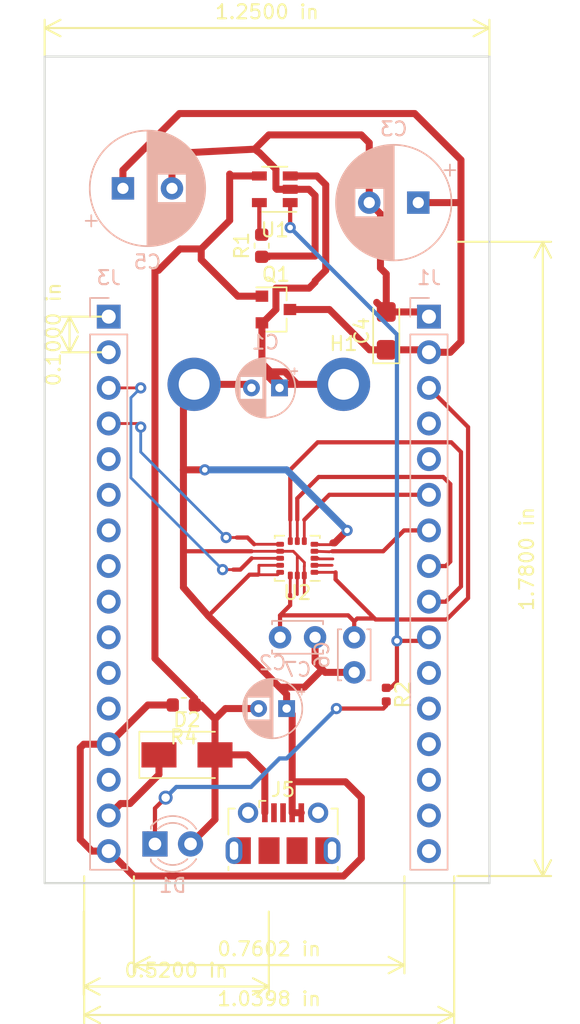
<source format=kicad_pcb>
(kicad_pcb (version 20171130) (host pcbnew "(5.1.5-0)")

  (general
    (thickness 1.6)
    (drawings 10)
    (tracks 254)
    (zones 0)
    (modules 20)
    (nets 17)
  )

  (page A4)
  (layers
    (0 F.Cu signal)
    (31 B.Cu signal)
    (32 B.Adhes user)
    (33 F.Adhes user)
    (34 B.Paste user)
    (35 F.Paste user)
    (36 B.SilkS user)
    (37 F.SilkS user)
    (38 B.Mask user)
    (39 F.Mask user)
    (40 Dwgs.User user)
    (41 Cmts.User user)
    (42 Eco1.User user)
    (43 Eco2.User user)
    (44 Edge.Cuts user)
    (45 Margin user)
    (46 B.CrtYd user)
    (47 F.CrtYd user)
    (48 B.Fab user)
    (49 F.Fab user)
  )

  (setup
    (last_trace_width 0.3)
    (trace_clearance 0.2)
    (zone_clearance 0.508)
    (zone_45_only no)
    (trace_min 0.2)
    (via_size 0.8)
    (via_drill 0.4)
    (via_min_size 0.4)
    (via_min_drill 0.3)
    (uvia_size 0.3)
    (uvia_drill 0.1)
    (uvias_allowed no)
    (uvia_min_size 0.2)
    (uvia_min_drill 0.1)
    (edge_width 0.15)
    (segment_width 0.2)
    (pcb_text_width 0.3)
    (pcb_text_size 1.5 1.5)
    (mod_edge_width 0.15)
    (mod_text_size 1 1)
    (mod_text_width 0.15)
    (pad_size 1.6 1.6)
    (pad_drill 0.8)
    (pad_to_mask_clearance 0.2)
    (aux_axis_origin 0 0)
    (grid_origin 55 145)
    (visible_elements FFFFFF7F)
    (pcbplotparams
      (layerselection 0x00030_ffffffff)
      (usegerberextensions false)
      (usegerberattributes false)
      (usegerberadvancedattributes false)
      (creategerberjobfile false)
      (excludeedgelayer true)
      (linewidth 0.100000)
      (plotframeref false)
      (viasonmask false)
      (mode 1)
      (useauxorigin false)
      (hpglpennumber 1)
      (hpglpenspeed 20)
      (hpglpendiameter 15.000000)
      (psnegative false)
      (psa4output false)
      (plotreference true)
      (plotvalue true)
      (plotinvisibletext false)
      (padsonsilk false)
      (subtractmaskfromsilk false)
      (outputformat 1)
      (mirror false)
      (drillshape 0)
      (scaleselection 1)
      (outputdirectory ""))
  )

  (net 0 "")
  (net 1 /+5V)
  (net 2 "Net-(R1-Pad2)")
  (net 3 GNDREF)
  (net 4 "Net-(D1-Pad1)")
  (net 5 /V_BAT)
  (net 6 BAT_IN)
  (net 7 /IO14_CS)
  (net 8 /IO15_SDO)
  (net 9 /IO19_SCL)
  (net 10 /IO20_SDA)
  (net 11 /ACC_INT2)
  (net 12 /ACC_INT1)
  (net 13 "Net-(J5-Pad6)")
  (net 14 /LDO)
  (net 15 /CHARGER_STAT)
  (net 16 +3V3)

  (net_class Default "This is the default net class."
    (clearance 0.2)
    (trace_width 0.3)
    (via_dia 0.8)
    (via_drill 0.4)
    (uvia_dia 0.3)
    (uvia_drill 0.1)
    (add_net +3V3)
    (add_net /CHARGER_STAT)
    (add_net "Net-(D1-Pad1)")
    (add_net "Net-(J1-Pad11)")
    (add_net "Net-(J1-Pad12)")
    (add_net "Net-(J1-Pad13)")
    (add_net "Net-(J1-Pad14)")
    (add_net "Net-(J1-Pad15)")
    (add_net "Net-(J1-Pad16)")
    (add_net "Net-(J1-Pad4)")
    (add_net "Net-(J1-Pad5)")
    (add_net "Net-(J2-Pad1)")
    (add_net "Net-(J2-Pad2)")
    (add_net "Net-(J2-Pad3)")
    (add_net "Net-(J2-Pad4)")
    (add_net "Net-(J2-Pad5)")
    (add_net "Net-(J2-Pad6)")
    (add_net "Net-(J2-Pad7)")
    (add_net "Net-(J2-Pad8)")
    (add_net "Net-(J3-Pad1)")
    (add_net "Net-(J3-Pad10)")
    (add_net "Net-(J3-Pad11)")
    (add_net "Net-(J3-Pad12)")
    (add_net "Net-(J3-Pad14)")
    (add_net "Net-(J3-Pad2)")
    (add_net "Net-(J3-Pad5)")
    (add_net "Net-(J3-Pad6)")
    (add_net "Net-(J3-Pad7)")
    (add_net "Net-(J3-Pad8)")
    (add_net "Net-(J3-Pad9)")
    (add_net "Net-(J5-Pad2)")
    (add_net "Net-(J5-Pad3)")
    (add_net "Net-(J5-Pad6)")
    (add_net "Net-(R1-Pad2)")
  )

  (net_class lga16 ""
    (clearance 0.2)
    (trace_width 0.2)
    (via_dia 0.8)
    (via_drill 0.4)
    (uvia_dia 0.3)
    (uvia_drill 0.1)
    (add_net /ACC_INT1)
    (add_net /ACC_INT2)
    (add_net /IO14_CS)
    (add_net /IO15_SDO)
    (add_net /IO19_SCL)
    (add_net /IO20_SDA)
  )

  (net_class power ""
    (clearance 0.2)
    (trace_width 0.5)
    (via_dia 0.8)
    (via_drill 0.4)
    (uvia_dia 0.3)
    (uvia_drill 0.1)
    (add_net /+5V)
    (add_net /LDO)
    (add_net /V_BAT)
    (add_net BAT_IN)
    (add_net GNDREF)
  )

  (module Package_TO_SOT_SMD:SOT-23-5 (layer F.Cu) (tedit 5A02FF57) (tstamp 5EFFE91E)
    (at 127.814 58.452 180)
    (descr "5-pin SOT23 package")
    (tags SOT-23-5)
    (path /5F002FDF)
    (attr smd)
    (fp_text reference U1 (at 0 -2.9) (layer F.SilkS)
      (effects (font (size 1 1) (thickness 0.15)))
    )
    (fp_text value MCP73831-2-OT (at 0 2.9) (layer F.Fab)
      (effects (font (size 1 1) (thickness 0.15)))
    )
    (fp_line (start 0.9 -1.55) (end 0.9 1.55) (layer F.Fab) (width 0.1))
    (fp_line (start 0.9 1.55) (end -0.9 1.55) (layer F.Fab) (width 0.1))
    (fp_line (start -0.9 -0.9) (end -0.9 1.55) (layer F.Fab) (width 0.1))
    (fp_line (start 0.9 -1.55) (end -0.25 -1.55) (layer F.Fab) (width 0.1))
    (fp_line (start -0.9 -0.9) (end -0.25 -1.55) (layer F.Fab) (width 0.1))
    (fp_line (start -1.9 1.8) (end -1.9 -1.8) (layer F.CrtYd) (width 0.05))
    (fp_line (start 1.9 1.8) (end -1.9 1.8) (layer F.CrtYd) (width 0.05))
    (fp_line (start 1.9 -1.8) (end 1.9 1.8) (layer F.CrtYd) (width 0.05))
    (fp_line (start -1.9 -1.8) (end 1.9 -1.8) (layer F.CrtYd) (width 0.05))
    (fp_line (start 0.9 -1.61) (end -1.55 -1.61) (layer F.SilkS) (width 0.12))
    (fp_line (start -0.9 1.61) (end 0.9 1.61) (layer F.SilkS) (width 0.12))
    (fp_text user %R (at 0 0 90) (layer F.Fab)
      (effects (font (size 0.5 0.5) (thickness 0.075)))
    )
    (pad 5 smd rect (at 1.1 -0.95 180) (size 1.06 0.65) (layers F.Cu F.Paste F.Mask)
      (net 2 "Net-(R1-Pad2)"))
    (pad 4 smd rect (at 1.1 0.95 180) (size 1.06 0.65) (layers F.Cu F.Paste F.Mask)
      (net 1 /+5V))
    (pad 3 smd rect (at -1.1 0.95 180) (size 1.06 0.65) (layers F.Cu F.Paste F.Mask)
      (net 5 /V_BAT))
    (pad 2 smd rect (at -1.1 0 180) (size 1.06 0.65) (layers F.Cu F.Paste F.Mask)
      (net 3 GNDREF))
    (pad 1 smd rect (at -1.1 -0.95 180) (size 1.06 0.65) (layers F.Cu F.Paste F.Mask)
      (net 15 /CHARGER_STAT))
    (model ${KISYS3DMOD}/Package_TO_SOT_SMD.3dshapes/SOT-23-5.wrl
      (at (xyz 0 0 0))
      (scale (xyz 1 1 1))
      (rotate (xyz 0 0 0))
    )
  )

  (module Package_LGA:LGA-16_3x3mm_P0.5mm_LayoutBorder3x5y (layer F.Cu) (tedit 5CF93F4A) (tstamp 5F18FE0B)
    (at 129.422 84.757 180)
    (descr "LGA, 16 Pin (http://www.st.com/resource/en/datasheet/lis331hh.pdf), generated with kicad-footprint-generator ipc_noLead_generator.py")
    (tags "LGA NoLead")
    (path /5F178D99)
    (attr smd)
    (fp_text reference U2 (at 0 -2.45) (layer F.SilkS)
      (effects (font (size 1 1) (thickness 0.15)))
    )
    (fp_text value LIS3DH (at 0 2.45) (layer F.Fab)
      (effects (font (size 1 1) (thickness 0.15)))
    )
    (fp_text user %R (at 0 0) (layer F.Fab)
      (effects (font (size 0.75 0.75) (thickness 0.11)))
    )
    (fp_line (start 1.75 -1.75) (end -1.75 -1.75) (layer F.CrtYd) (width 0.05))
    (fp_line (start 1.75 1.75) (end 1.75 -1.75) (layer F.CrtYd) (width 0.05))
    (fp_line (start -1.75 1.75) (end 1.75 1.75) (layer F.CrtYd) (width 0.05))
    (fp_line (start -1.75 -1.75) (end -1.75 1.75) (layer F.CrtYd) (width 0.05))
    (fp_line (start -1.5 -0.75) (end -0.75 -1.5) (layer F.Fab) (width 0.1))
    (fp_line (start -1.5 1.5) (end -1.5 -0.75) (layer F.Fab) (width 0.1))
    (fp_line (start 1.5 1.5) (end -1.5 1.5) (layer F.Fab) (width 0.1))
    (fp_line (start 1.5 -1.5) (end 1.5 1.5) (layer F.Fab) (width 0.1))
    (fp_line (start -0.75 -1.5) (end 1.5 -1.5) (layer F.Fab) (width 0.1))
    (fp_line (start -0.935 -1.61) (end -1.61 -1.61) (layer F.SilkS) (width 0.12))
    (fp_line (start 1.61 1.61) (end 1.61 1.435) (layer F.SilkS) (width 0.12))
    (fp_line (start 0.935 1.61) (end 1.61 1.61) (layer F.SilkS) (width 0.12))
    (fp_line (start -1.61 1.61) (end -1.61 1.435) (layer F.SilkS) (width 0.12))
    (fp_line (start -0.935 1.61) (end -1.61 1.61) (layer F.SilkS) (width 0.12))
    (fp_line (start 1.61 -1.61) (end 1.61 -1.435) (layer F.SilkS) (width 0.12))
    (fp_line (start 0.935 -1.61) (end 1.61 -1.61) (layer F.SilkS) (width 0.12))
    (pad 16 smd roundrect (at -0.5 -1.225 180) (size 0.35 0.55) (layers F.Cu F.Paste F.Mask) (roundrect_rratio 0.25)
      (net 3 GNDREF))
    (pad 15 smd roundrect (at 0 -1.225 180) (size 0.35 0.55) (layers F.Cu F.Paste F.Mask) (roundrect_rratio 0.25)
      (net 3 GNDREF))
    (pad 14 smd roundrect (at 0.5 -1.225 180) (size 0.35 0.55) (layers F.Cu F.Paste F.Mask) (roundrect_rratio 0.25)
      (net 16 +3V3))
    (pad 13 smd roundrect (at 1.225 -1 180) (size 0.55 0.35) (layers F.Cu F.Paste F.Mask) (roundrect_rratio 0.25)
      (net 3 GNDREF))
    (pad 12 smd roundrect (at 1.225 -0.5 180) (size 0.55 0.35) (layers F.Cu F.Paste F.Mask) (roundrect_rratio 0.25)
      (net 3 GNDREF))
    (pad 11 smd roundrect (at 1.225 0 180) (size 0.55 0.35) (layers F.Cu F.Paste F.Mask) (roundrect_rratio 0.25)
      (net 12 /ACC_INT1))
    (pad 10 smd roundrect (at 1.225 0.5 180) (size 0.55 0.35) (layers F.Cu F.Paste F.Mask) (roundrect_rratio 0.25)
      (net 3 GNDREF))
    (pad 9 smd roundrect (at 1.225 1 180) (size 0.55 0.35) (layers F.Cu F.Paste F.Mask) (roundrect_rratio 0.25)
      (net 11 /ACC_INT2))
    (pad 8 smd roundrect (at 0.5 1.225 180) (size 0.35 0.55) (layers F.Cu F.Paste F.Mask) (roundrect_rratio 0.25)
      (net 7 /IO14_CS))
    (pad 7 smd roundrect (at 0 1.225 180) (size 0.35 0.55) (layers F.Cu F.Paste F.Mask) (roundrect_rratio 0.25)
      (net 8 /IO15_SDO))
    (pad 6 smd roundrect (at -0.5 1.225 180) (size 0.35 0.55) (layers F.Cu F.Paste F.Mask) (roundrect_rratio 0.25)
      (net 10 /IO20_SDA))
    (pad 5 smd roundrect (at -1.225 1 180) (size 0.55 0.35) (layers F.Cu F.Paste F.Mask) (roundrect_rratio 0.25)
      (net 3 GNDREF))
    (pad 4 smd roundrect (at -1.225 0.5 180) (size 0.55 0.35) (layers F.Cu F.Paste F.Mask) (roundrect_rratio 0.25)
      (net 9 /IO19_SCL))
    (pad 3 smd roundrect (at -1.225 0 180) (size 0.55 0.35) (layers F.Cu F.Paste F.Mask) (roundrect_rratio 0.25))
    (pad 2 smd roundrect (at -1.225 -0.5 180) (size 0.55 0.35) (layers F.Cu F.Paste F.Mask) (roundrect_rratio 0.25))
    (pad 1 smd roundrect (at -1.225 -1 180) (size 0.55 0.35) (layers F.Cu F.Paste F.Mask) (roundrect_rratio 0.25)
      (net 16 +3V3))
    (model ${KISYS3DMOD}/Package_LGA.3dshapes/LGA-16_3x3mm_P0.5mm_LayoutBorder3x5y.wrl
      (at (xyz 0 0 0))
      (scale (xyz 1 1 1))
      (rotate (xyz 0 0 0))
    )
  )

  (module Capacitor_THT:C_Disc_D3.4mm_W2.1mm_P2.50mm (layer B.Cu) (tedit 5AE50EF0) (tstamp 5F137EBC)
    (at 128.192 90.39)
    (descr "C, Disc series, Radial, pin pitch=2.50mm, , diameter*width=3.4*2.1mm^2, Capacitor, http://www.vishay.com/docs/45233/krseries.pdf")
    (tags "C Disc series Radial pin pitch 2.50mm  diameter 3.4mm width 2.1mm Capacitor")
    (path /5F18D633)
    (fp_text reference C7 (at 1.25 2.3) (layer B.SilkS)
      (effects (font (size 1 1) (thickness 0.15)) (justify mirror))
    )
    (fp_text value 100nF (at 1.484 -3.81) (layer B.Fab)
      (effects (font (size 1 1) (thickness 0.15)) (justify mirror))
    )
    (fp_text user %R (at 1.25 0) (layer B.Fab)
      (effects (font (size 0.68 0.68) (thickness 0.102)) (justify mirror))
    )
    (fp_line (start 3.55 1.3) (end -1.05 1.3) (layer B.CrtYd) (width 0.05))
    (fp_line (start 3.55 -1.3) (end 3.55 1.3) (layer B.CrtYd) (width 0.05))
    (fp_line (start -1.05 -1.3) (end 3.55 -1.3) (layer B.CrtYd) (width 0.05))
    (fp_line (start -1.05 1.3) (end -1.05 -1.3) (layer B.CrtYd) (width 0.05))
    (fp_line (start 3.07 -0.925) (end 3.07 -1.17) (layer B.SilkS) (width 0.12))
    (fp_line (start 3.07 1.17) (end 3.07 0.925) (layer B.SilkS) (width 0.12))
    (fp_line (start -0.57 -0.925) (end -0.57 -1.17) (layer B.SilkS) (width 0.12))
    (fp_line (start -0.57 1.17) (end -0.57 0.925) (layer B.SilkS) (width 0.12))
    (fp_line (start -0.57 -1.17) (end 3.07 -1.17) (layer B.SilkS) (width 0.12))
    (fp_line (start -0.57 1.17) (end 3.07 1.17) (layer B.SilkS) (width 0.12))
    (fp_line (start 2.95 1.05) (end -0.45 1.05) (layer B.Fab) (width 0.1))
    (fp_line (start 2.95 -1.05) (end 2.95 1.05) (layer B.Fab) (width 0.1))
    (fp_line (start -0.45 -1.05) (end 2.95 -1.05) (layer B.Fab) (width 0.1))
    (fp_line (start -0.45 1.05) (end -0.45 -1.05) (layer B.Fab) (width 0.1))
    (pad 2 thru_hole circle (at 2.5 0) (size 1.6 1.6) (drill 0.8) (layers *.Cu *.Mask)
      (net 3 GNDREF))
    (pad 1 thru_hole circle (at 0 0) (size 1.6 1.6) (drill 0.8) (layers *.Cu *.Mask)
      (net 16 +3V3))
    (model ${KISYS3DMOD}/Capacitor_THT.3dshapes/C_Disc_D3.4mm_W2.1mm_P2.50mm.wrl
      (at (xyz 0 0 0))
      (scale (xyz 1 1 1))
      (rotate (xyz 0 0 0))
    )
  )

  (module Resistor_SMD:R_0402_1005Metric (layer F.Cu) (tedit 5B301BBD) (tstamp 5F00112A)
    (at 135.772 94.477 270)
    (descr "Resistor SMD 0402 (1005 Metric), square (rectangular) end terminal, IPC_7351 nominal, (Body size source: http://www.tortai-tech.com/upload/download/2011102023233369053.pdf), generated with kicad-footprint-generator")
    (tags resistor)
    (path /5F00AC24)
    (attr smd)
    (fp_text reference R2 (at 0 -1.17 270) (layer F.SilkS)
      (effects (font (size 1 1) (thickness 0.15)))
    )
    (fp_text value 250 (at 0 1.17 270) (layer F.Fab)
      (effects (font (size 1 1) (thickness 0.15)))
    )
    (fp_text user %R (at -0.485 -0.254 180) (layer F.Fab)
      (effects (font (size 0.25 0.25) (thickness 0.04)))
    )
    (fp_line (start 0.93 0.47) (end -0.93 0.47) (layer F.CrtYd) (width 0.05))
    (fp_line (start 0.93 -0.47) (end 0.93 0.47) (layer F.CrtYd) (width 0.05))
    (fp_line (start -0.93 -0.47) (end 0.93 -0.47) (layer F.CrtYd) (width 0.05))
    (fp_line (start -0.93 0.47) (end -0.93 -0.47) (layer F.CrtYd) (width 0.05))
    (fp_line (start 0.5 0.25) (end -0.5 0.25) (layer F.Fab) (width 0.1))
    (fp_line (start 0.5 -0.25) (end 0.5 0.25) (layer F.Fab) (width 0.1))
    (fp_line (start -0.5 -0.25) (end 0.5 -0.25) (layer F.Fab) (width 0.1))
    (fp_line (start -0.5 0.25) (end -0.5 -0.25) (layer F.Fab) (width 0.1))
    (pad 2 smd roundrect (at 0.485 0 270) (size 0.59 0.64) (layers F.Cu F.Paste F.Mask) (roundrect_rratio 0.25)
      (net 4 "Net-(D1-Pad1)"))
    (pad 1 smd roundrect (at -0.485 0 270) (size 0.59 0.64) (layers F.Cu F.Paste F.Mask) (roundrect_rratio 0.25)
      (net 15 /CHARGER_STAT))
    (model ${KISYS3DMOD}/Resistor_SMD.3dshapes/R_0402_1005Metric.wrl
      (at (xyz 0 0 0))
      (scale (xyz 1 1 1))
      (rotate (xyz 0 0 0))
    )
  )

  (module Diode_SMD:D_SMA (layer F.Cu) (tedit 586432E5) (tstamp 5F136F4A)
    (at 121.548 98.772)
    (descr "Diode SMA (DO-214AC)")
    (tags "Diode SMA (DO-214AC)")
    (path /5F1387C0)
    (attr smd)
    (fp_text reference D2 (at 0 -2.5) (layer F.SilkS)
      (effects (font (size 1 1) (thickness 0.15)))
    )
    (fp_text value D_Schottky (at 0 2.6) (layer F.Fab)
      (effects (font (size 1 1) (thickness 0.15)))
    )
    (fp_line (start -3.4 -1.65) (end 2 -1.65) (layer F.SilkS) (width 0.12))
    (fp_line (start -3.4 1.65) (end 2 1.65) (layer F.SilkS) (width 0.12))
    (fp_line (start -0.64944 0.00102) (end 0.50118 -0.79908) (layer F.Fab) (width 0.1))
    (fp_line (start -0.64944 0.00102) (end 0.50118 0.75032) (layer F.Fab) (width 0.1))
    (fp_line (start 0.50118 0.75032) (end 0.50118 -0.79908) (layer F.Fab) (width 0.1))
    (fp_line (start -0.64944 -0.79908) (end -0.64944 0.80112) (layer F.Fab) (width 0.1))
    (fp_line (start 0.50118 0.00102) (end 1.4994 0.00102) (layer F.Fab) (width 0.1))
    (fp_line (start -0.64944 0.00102) (end -1.55114 0.00102) (layer F.Fab) (width 0.1))
    (fp_line (start -3.5 1.75) (end -3.5 -1.75) (layer F.CrtYd) (width 0.05))
    (fp_line (start 3.5 1.75) (end -3.5 1.75) (layer F.CrtYd) (width 0.05))
    (fp_line (start 3.5 -1.75) (end 3.5 1.75) (layer F.CrtYd) (width 0.05))
    (fp_line (start -3.5 -1.75) (end 3.5 -1.75) (layer F.CrtYd) (width 0.05))
    (fp_line (start 2.3 -1.5) (end -2.3 -1.5) (layer F.Fab) (width 0.1))
    (fp_line (start 2.3 -1.5) (end 2.3 1.5) (layer F.Fab) (width 0.1))
    (fp_line (start -2.3 1.5) (end -2.3 -1.5) (layer F.Fab) (width 0.1))
    (fp_line (start 2.3 1.5) (end -2.3 1.5) (layer F.Fab) (width 0.1))
    (fp_line (start -3.4 -1.65) (end -3.4 1.65) (layer F.SilkS) (width 0.12))
    (fp_text user %R (at 0 -2.5) (layer F.Fab)
      (effects (font (size 1 1) (thickness 0.15)))
    )
    (pad 2 smd rect (at 2 0) (size 2.5 1.8) (layers F.Cu F.Paste F.Mask)
      (net 1 /+5V))
    (pad 1 smd rect (at -2 0) (size 2.5 1.8) (layers F.Cu F.Paste F.Mask)
      (net 14 /LDO))
    (model ${KISYS3DMOD}/Diode_SMD.3dshapes/D_SMA.wrl
      (at (xyz 0 0 0))
      (scale (xyz 1 1 1))
      (rotate (xyz 0 0 0))
    )
  )

  (module Resistor_SMD:R_0603_1608Metric (layer F.Cu) (tedit 5B301BBD) (tstamp 5F01B63D)
    (at 121.3195 95.216 180)
    (descr "Resistor SMD 0603 (1608 Metric), square (rectangular) end terminal, IPC_7351 nominal, (Body size source: http://www.tortai-tech.com/upload/download/2011102023233369053.pdf), generated with kicad-footprint-generator")
    (tags resistor)
    (path /5F02C21B)
    (attr smd)
    (fp_text reference R4 (at 0 -2.286) (layer F.SilkS)
      (effects (font (size 1 1) (thickness 0.15)))
    )
    (fp_text value 100kOm (at 0 1.43) (layer F.Fab)
      (effects (font (size 1 1) (thickness 0.15)))
    )
    (fp_text user %R (at 0 0) (layer F.Fab)
      (effects (font (size 0.4 0.4) (thickness 0.06)))
    )
    (fp_line (start 1.48 0.73) (end -1.48 0.73) (layer F.CrtYd) (width 0.05))
    (fp_line (start 1.48 -0.73) (end 1.48 0.73) (layer F.CrtYd) (width 0.05))
    (fp_line (start -1.48 -0.73) (end 1.48 -0.73) (layer F.CrtYd) (width 0.05))
    (fp_line (start -1.48 0.73) (end -1.48 -0.73) (layer F.CrtYd) (width 0.05))
    (fp_line (start -0.162779 0.51) (end 0.162779 0.51) (layer F.SilkS) (width 0.12))
    (fp_line (start -0.162779 -0.51) (end 0.162779 -0.51) (layer F.SilkS) (width 0.12))
    (fp_line (start 0.8 0.4) (end -0.8 0.4) (layer F.Fab) (width 0.1))
    (fp_line (start 0.8 -0.4) (end 0.8 0.4) (layer F.Fab) (width 0.1))
    (fp_line (start -0.8 -0.4) (end 0.8 -0.4) (layer F.Fab) (width 0.1))
    (fp_line (start -0.8 0.4) (end -0.8 -0.4) (layer F.Fab) (width 0.1))
    (pad 2 smd roundrect (at 0.7875 0 180) (size 0.875 0.95) (layers F.Cu F.Paste F.Mask) (roundrect_rratio 0.25)
      (net 3 GNDREF))
    (pad 1 smd roundrect (at -0.7875 0 180) (size 0.875 0.95) (layers F.Cu F.Paste F.Mask) (roundrect_rratio 0.25)
      (net 1 /+5V))
    (model ${KISYS3DMOD}/Resistor_SMD.3dshapes/R_0603_1608Metric.wrl
      (at (xyz 0 0 0))
      (scale (xyz 1 1 1))
      (rotate (xyz 0 0 0))
    )
  )

  (module Resistor_SMD:R_0603_1608Metric (layer F.Cu) (tedit 5B301BBD) (tstamp 5F1892D5)
    (at 126.882 62.4755 90)
    (descr "Resistor SMD 0603 (1608 Metric), square (rectangular) end terminal, IPC_7351 nominal, (Body size source: http://www.tortai-tech.com/upload/download/2011102023233369053.pdf), generated with kicad-footprint-generator")
    (tags resistor)
    (path /5F00F5E9)
    (attr smd)
    (fp_text reference R1 (at 0 -1.43 270) (layer F.SilkS)
      (effects (font (size 1 1) (thickness 0.15)))
    )
    (fp_text value 2000 (at 0 1.43 270) (layer F.Fab)
      (effects (font (size 1 1) (thickness 0.15)))
    )
    (fp_text user %R (at 0 0 270) (layer F.Fab)
      (effects (font (size 0.4 0.4) (thickness 0.06)))
    )
    (fp_line (start 1.48 0.73) (end -1.48 0.73) (layer F.CrtYd) (width 0.05))
    (fp_line (start 1.48 -0.73) (end 1.48 0.73) (layer F.CrtYd) (width 0.05))
    (fp_line (start -1.48 -0.73) (end 1.48 -0.73) (layer F.CrtYd) (width 0.05))
    (fp_line (start -1.48 0.73) (end -1.48 -0.73) (layer F.CrtYd) (width 0.05))
    (fp_line (start -0.162779 0.51) (end 0.162779 0.51) (layer F.SilkS) (width 0.12))
    (fp_line (start -0.162779 -0.51) (end 0.162779 -0.51) (layer F.SilkS) (width 0.12))
    (fp_line (start 0.8 0.4) (end -0.8 0.4) (layer F.Fab) (width 0.1))
    (fp_line (start 0.8 -0.4) (end 0.8 0.4) (layer F.Fab) (width 0.1))
    (fp_line (start -0.8 -0.4) (end 0.8 -0.4) (layer F.Fab) (width 0.1))
    (fp_line (start -0.8 0.4) (end -0.8 -0.4) (layer F.Fab) (width 0.1))
    (pad 2 smd roundrect (at 0.7875 0 90) (size 0.875 0.95) (layers F.Cu F.Paste F.Mask) (roundrect_rratio 0.25)
      (net 2 "Net-(R1-Pad2)"))
    (pad 1 smd roundrect (at -0.7875 0 90) (size 0.875 0.95) (layers F.Cu F.Paste F.Mask) (roundrect_rratio 0.25)
      (net 3 GNDREF))
    (model ${KISYS3DMOD}/Resistor_SMD.3dshapes/R_0603_1608Metric.wrl
      (at (xyz 0 0 0))
      (scale (xyz 1 1 1))
      (rotate (xyz 0 0 0))
    )
  )

  (module Capacitor_THT:C_Disc_D3.4mm_W2.1mm_P2.50mm (layer B.Cu) (tedit 5AE50EF0) (tstamp 5F137EA7)
    (at 133.486 90.39 270)
    (descr "C, Disc series, Radial, pin pitch=2.50mm, , diameter*width=3.4*2.1mm^2, Capacitor, http://www.vishay.com/docs/45233/krseries.pdf")
    (tags "C Disc series Radial pin pitch 2.50mm  diameter 3.4mm width 2.1mm Capacitor")
    (path /5F18DFA4)
    (fp_text reference C6 (at 1.25 2.3 90) (layer B.SilkS)
      (effects (font (size 1 1) (thickness 0.15)) (justify mirror))
    )
    (fp_text value 10muF (at 1.25 -2.3 90) (layer B.Fab)
      (effects (font (size 1 1) (thickness 0.15)) (justify mirror))
    )
    (fp_text user %R (at 1.25 0 90) (layer B.Fab)
      (effects (font (size 0.68 0.68) (thickness 0.102)) (justify mirror))
    )
    (fp_line (start 3.55 1.3) (end -1.05 1.3) (layer B.CrtYd) (width 0.05))
    (fp_line (start 3.55 -1.3) (end 3.55 1.3) (layer B.CrtYd) (width 0.05))
    (fp_line (start -1.05 -1.3) (end 3.55 -1.3) (layer B.CrtYd) (width 0.05))
    (fp_line (start -1.05 1.3) (end -1.05 -1.3) (layer B.CrtYd) (width 0.05))
    (fp_line (start 3.07 -0.925) (end 3.07 -1.17) (layer B.SilkS) (width 0.12))
    (fp_line (start 3.07 1.17) (end 3.07 0.925) (layer B.SilkS) (width 0.12))
    (fp_line (start -0.57 -0.925) (end -0.57 -1.17) (layer B.SilkS) (width 0.12))
    (fp_line (start -0.57 1.17) (end -0.57 0.925) (layer B.SilkS) (width 0.12))
    (fp_line (start -0.57 -1.17) (end 3.07 -1.17) (layer B.SilkS) (width 0.12))
    (fp_line (start -0.57 1.17) (end 3.07 1.17) (layer B.SilkS) (width 0.12))
    (fp_line (start 2.95 1.05) (end -0.45 1.05) (layer B.Fab) (width 0.1))
    (fp_line (start 2.95 -1.05) (end 2.95 1.05) (layer B.Fab) (width 0.1))
    (fp_line (start -0.45 -1.05) (end 2.95 -1.05) (layer B.Fab) (width 0.1))
    (fp_line (start -0.45 1.05) (end -0.45 -1.05) (layer B.Fab) (width 0.1))
    (pad 2 thru_hole circle (at 2.5 0 270) (size 1.6 1.6) (drill 0.8) (layers *.Cu *.Mask)
      (net 3 GNDREF))
    (pad 1 thru_hole circle (at 0 0 270) (size 1.6 1.6) (drill 0.8) (layers *.Cu *.Mask)
      (net 16 +3V3))
    (model ${KISYS3DMOD}/Capacitor_THT.3dshapes/C_Disc_D3.4mm_W2.1mm_P2.50mm.wrl
      (at (xyz 0 0 0))
      (scale (xyz 1 1 1))
      (rotate (xyz 0 0 0))
    )
  )

  (module Capacitor_THT:CP_Radial_D4.0mm_P2.00mm (layer B.Cu) (tedit 5AE50EF0) (tstamp 5F14D624)
    (at 128.66 95.47 180)
    (descr "CP, Radial series, Radial, pin pitch=2.00mm, , diameter=4mm, Electrolytic Capacitor")
    (tags "CP Radial series Radial pin pitch 2.00mm  diameter 4mm Electrolytic Capacitor")
    (path /5F009420)
    (fp_text reference C2 (at 1 3.25) (layer B.SilkS)
      (effects (font (size 1 1) (thickness 0.15)) (justify mirror))
    )
    (fp_text value C (at 1 -3.25) (layer B.Fab)
      (effects (font (size 1 1) (thickness 0.15)) (justify mirror))
    )
    (fp_text user %R (at 1 0) (layer B.Fab)
      (effects (font (size 0.8 0.8) (thickness 0.12)) (justify mirror))
    )
    (fp_line (start -1.069801 1.395) (end -1.069801 0.995) (layer B.SilkS) (width 0.12))
    (fp_line (start -1.269801 1.195) (end -0.869801 1.195) (layer B.SilkS) (width 0.12))
    (fp_line (start 3.081 0.37) (end 3.081 -0.37) (layer B.SilkS) (width 0.12))
    (fp_line (start 3.041 0.537) (end 3.041 -0.537) (layer B.SilkS) (width 0.12))
    (fp_line (start 3.001 0.664) (end 3.001 -0.664) (layer B.SilkS) (width 0.12))
    (fp_line (start 2.961 0.768) (end 2.961 -0.768) (layer B.SilkS) (width 0.12))
    (fp_line (start 2.921 0.859) (end 2.921 -0.859) (layer B.SilkS) (width 0.12))
    (fp_line (start 2.881 0.94) (end 2.881 -0.94) (layer B.SilkS) (width 0.12))
    (fp_line (start 2.841 1.013) (end 2.841 -1.013) (layer B.SilkS) (width 0.12))
    (fp_line (start 2.801 -0.84) (end 2.801 -1.08) (layer B.SilkS) (width 0.12))
    (fp_line (start 2.801 1.08) (end 2.801 0.84) (layer B.SilkS) (width 0.12))
    (fp_line (start 2.761 -0.84) (end 2.761 -1.142) (layer B.SilkS) (width 0.12))
    (fp_line (start 2.761 1.142) (end 2.761 0.84) (layer B.SilkS) (width 0.12))
    (fp_line (start 2.721 -0.84) (end 2.721 -1.2) (layer B.SilkS) (width 0.12))
    (fp_line (start 2.721 1.2) (end 2.721 0.84) (layer B.SilkS) (width 0.12))
    (fp_line (start 2.681 -0.84) (end 2.681 -1.254) (layer B.SilkS) (width 0.12))
    (fp_line (start 2.681 1.254) (end 2.681 0.84) (layer B.SilkS) (width 0.12))
    (fp_line (start 2.641 -0.84) (end 2.641 -1.304) (layer B.SilkS) (width 0.12))
    (fp_line (start 2.641 1.304) (end 2.641 0.84) (layer B.SilkS) (width 0.12))
    (fp_line (start 2.601 -0.84) (end 2.601 -1.351) (layer B.SilkS) (width 0.12))
    (fp_line (start 2.601 1.351) (end 2.601 0.84) (layer B.SilkS) (width 0.12))
    (fp_line (start 2.561 -0.84) (end 2.561 -1.396) (layer B.SilkS) (width 0.12))
    (fp_line (start 2.561 1.396) (end 2.561 0.84) (layer B.SilkS) (width 0.12))
    (fp_line (start 2.521 -0.84) (end 2.521 -1.438) (layer B.SilkS) (width 0.12))
    (fp_line (start 2.521 1.438) (end 2.521 0.84) (layer B.SilkS) (width 0.12))
    (fp_line (start 2.481 -0.84) (end 2.481 -1.478) (layer B.SilkS) (width 0.12))
    (fp_line (start 2.481 1.478) (end 2.481 0.84) (layer B.SilkS) (width 0.12))
    (fp_line (start 2.441 -0.84) (end 2.441 -1.516) (layer B.SilkS) (width 0.12))
    (fp_line (start 2.441 1.516) (end 2.441 0.84) (layer B.SilkS) (width 0.12))
    (fp_line (start 2.401 -0.84) (end 2.401 -1.552) (layer B.SilkS) (width 0.12))
    (fp_line (start 2.401 1.552) (end 2.401 0.84) (layer B.SilkS) (width 0.12))
    (fp_line (start 2.361 -0.84) (end 2.361 -1.587) (layer B.SilkS) (width 0.12))
    (fp_line (start 2.361 1.587) (end 2.361 0.84) (layer B.SilkS) (width 0.12))
    (fp_line (start 2.321 -0.84) (end 2.321 -1.619) (layer B.SilkS) (width 0.12))
    (fp_line (start 2.321 1.619) (end 2.321 0.84) (layer B.SilkS) (width 0.12))
    (fp_line (start 2.281 -0.84) (end 2.281 -1.65) (layer B.SilkS) (width 0.12))
    (fp_line (start 2.281 1.65) (end 2.281 0.84) (layer B.SilkS) (width 0.12))
    (fp_line (start 2.241 -0.84) (end 2.241 -1.68) (layer B.SilkS) (width 0.12))
    (fp_line (start 2.241 1.68) (end 2.241 0.84) (layer B.SilkS) (width 0.12))
    (fp_line (start 2.201 -0.84) (end 2.201 -1.708) (layer B.SilkS) (width 0.12))
    (fp_line (start 2.201 1.708) (end 2.201 0.84) (layer B.SilkS) (width 0.12))
    (fp_line (start 2.161 -0.84) (end 2.161 -1.735) (layer B.SilkS) (width 0.12))
    (fp_line (start 2.161 1.735) (end 2.161 0.84) (layer B.SilkS) (width 0.12))
    (fp_line (start 2.121 -0.84) (end 2.121 -1.76) (layer B.SilkS) (width 0.12))
    (fp_line (start 2.121 1.76) (end 2.121 0.84) (layer B.SilkS) (width 0.12))
    (fp_line (start 2.081 -0.84) (end 2.081 -1.785) (layer B.SilkS) (width 0.12))
    (fp_line (start 2.081 1.785) (end 2.081 0.84) (layer B.SilkS) (width 0.12))
    (fp_line (start 2.041 -0.84) (end 2.041 -1.808) (layer B.SilkS) (width 0.12))
    (fp_line (start 2.041 1.808) (end 2.041 0.84) (layer B.SilkS) (width 0.12))
    (fp_line (start 2.001 -0.84) (end 2.001 -1.83) (layer B.SilkS) (width 0.12))
    (fp_line (start 2.001 1.83) (end 2.001 0.84) (layer B.SilkS) (width 0.12))
    (fp_line (start 1.961 -0.84) (end 1.961 -1.851) (layer B.SilkS) (width 0.12))
    (fp_line (start 1.961 1.851) (end 1.961 0.84) (layer B.SilkS) (width 0.12))
    (fp_line (start 1.921 -0.84) (end 1.921 -1.87) (layer B.SilkS) (width 0.12))
    (fp_line (start 1.921 1.87) (end 1.921 0.84) (layer B.SilkS) (width 0.12))
    (fp_line (start 1.881 -0.84) (end 1.881 -1.889) (layer B.SilkS) (width 0.12))
    (fp_line (start 1.881 1.889) (end 1.881 0.84) (layer B.SilkS) (width 0.12))
    (fp_line (start 1.841 -0.84) (end 1.841 -1.907) (layer B.SilkS) (width 0.12))
    (fp_line (start 1.841 1.907) (end 1.841 0.84) (layer B.SilkS) (width 0.12))
    (fp_line (start 1.801 -0.84) (end 1.801 -1.924) (layer B.SilkS) (width 0.12))
    (fp_line (start 1.801 1.924) (end 1.801 0.84) (layer B.SilkS) (width 0.12))
    (fp_line (start 1.761 -0.84) (end 1.761 -1.94) (layer B.SilkS) (width 0.12))
    (fp_line (start 1.761 1.94) (end 1.761 0.84) (layer B.SilkS) (width 0.12))
    (fp_line (start 1.721 -0.84) (end 1.721 -1.954) (layer B.SilkS) (width 0.12))
    (fp_line (start 1.721 1.954) (end 1.721 0.84) (layer B.SilkS) (width 0.12))
    (fp_line (start 1.68 -0.84) (end 1.68 -1.968) (layer B.SilkS) (width 0.12))
    (fp_line (start 1.68 1.968) (end 1.68 0.84) (layer B.SilkS) (width 0.12))
    (fp_line (start 1.64 -0.84) (end 1.64 -1.982) (layer B.SilkS) (width 0.12))
    (fp_line (start 1.64 1.982) (end 1.64 0.84) (layer B.SilkS) (width 0.12))
    (fp_line (start 1.6 -0.84) (end 1.6 -1.994) (layer B.SilkS) (width 0.12))
    (fp_line (start 1.6 1.994) (end 1.6 0.84) (layer B.SilkS) (width 0.12))
    (fp_line (start 1.56 -0.84) (end 1.56 -2.005) (layer B.SilkS) (width 0.12))
    (fp_line (start 1.56 2.005) (end 1.56 0.84) (layer B.SilkS) (width 0.12))
    (fp_line (start 1.52 -0.84) (end 1.52 -2.016) (layer B.SilkS) (width 0.12))
    (fp_line (start 1.52 2.016) (end 1.52 0.84) (layer B.SilkS) (width 0.12))
    (fp_line (start 1.48 -0.84) (end 1.48 -2.025) (layer B.SilkS) (width 0.12))
    (fp_line (start 1.48 2.025) (end 1.48 0.84) (layer B.SilkS) (width 0.12))
    (fp_line (start 1.44 -0.84) (end 1.44 -2.034) (layer B.SilkS) (width 0.12))
    (fp_line (start 1.44 2.034) (end 1.44 0.84) (layer B.SilkS) (width 0.12))
    (fp_line (start 1.4 -0.84) (end 1.4 -2.042) (layer B.SilkS) (width 0.12))
    (fp_line (start 1.4 2.042) (end 1.4 0.84) (layer B.SilkS) (width 0.12))
    (fp_line (start 1.36 -0.84) (end 1.36 -2.05) (layer B.SilkS) (width 0.12))
    (fp_line (start 1.36 2.05) (end 1.36 0.84) (layer B.SilkS) (width 0.12))
    (fp_line (start 1.32 -0.84) (end 1.32 -2.056) (layer B.SilkS) (width 0.12))
    (fp_line (start 1.32 2.056) (end 1.32 0.84) (layer B.SilkS) (width 0.12))
    (fp_line (start 1.28 -0.84) (end 1.28 -2.062) (layer B.SilkS) (width 0.12))
    (fp_line (start 1.28 2.062) (end 1.28 0.84) (layer B.SilkS) (width 0.12))
    (fp_line (start 1.24 -0.84) (end 1.24 -2.067) (layer B.SilkS) (width 0.12))
    (fp_line (start 1.24 2.067) (end 1.24 0.84) (layer B.SilkS) (width 0.12))
    (fp_line (start 1.2 -0.84) (end 1.2 -2.071) (layer B.SilkS) (width 0.12))
    (fp_line (start 1.2 2.071) (end 1.2 0.84) (layer B.SilkS) (width 0.12))
    (fp_line (start 1.16 2.074) (end 1.16 -2.074) (layer B.SilkS) (width 0.12))
    (fp_line (start 1.12 2.077) (end 1.12 -2.077) (layer B.SilkS) (width 0.12))
    (fp_line (start 1.08 2.079) (end 1.08 -2.079) (layer B.SilkS) (width 0.12))
    (fp_line (start 1.04 2.08) (end 1.04 -2.08) (layer B.SilkS) (width 0.12))
    (fp_line (start 1 2.08) (end 1 -2.08) (layer B.SilkS) (width 0.12))
    (fp_line (start -0.502554 1.0675) (end -0.502554 0.6675) (layer B.Fab) (width 0.1))
    (fp_line (start -0.702554 0.8675) (end -0.302554 0.8675) (layer B.Fab) (width 0.1))
    (fp_circle (center 1 0) (end 3.25 0) (layer B.CrtYd) (width 0.05))
    (fp_circle (center 1 0) (end 3.12 0) (layer B.SilkS) (width 0.12))
    (fp_circle (center 1 0) (end 3 0) (layer B.Fab) (width 0.1))
    (pad 2 thru_hole circle (at 2 0 180) (size 1.2 1.2) (drill 0.6) (layers *.Cu *.Mask)
      (net 1 /+5V))
    (pad 1 thru_hole rect (at 0 0 180) (size 1.2 1.2) (drill 0.6) (layers *.Cu *.Mask)
      (net 3 GNDREF))
    (model ${KISYS3DMOD}/Capacitor_THT.3dshapes/CP_Radial_D4.0mm_P2.00mm.wrl
      (at (xyz 0 0 0))
      (scale (xyz 1 1 1))
      (rotate (xyz 0 0 0))
    )
  )

  (module Connector_USB:USB_Micro-B_Molex-105017-0001 (layer F.Cu) (tedit 5A1DC0BE) (tstamp 5F137FF7)
    (at 128.406 104.36)
    (descr http://www.molex.com/pdm_docs/sd/1050170001_sd.pdf)
    (tags "Micro-USB SMD Typ-B")
    (path /5F15600F)
    (attr smd)
    (fp_text reference J5 (at 0 -3.1125) (layer F.SilkS)
      (effects (font (size 1 1) (thickness 0.15)))
    )
    (fp_text value USB_B_Mini (at 0.3 4.3375) (layer F.Fab)
      (effects (font (size 1 1) (thickness 0.15)))
    )
    (fp_line (start -1.1 -2.1225) (end -1.1 -1.9125) (layer F.Fab) (width 0.1))
    (fp_line (start -1.5 -2.1225) (end -1.5 -1.9125) (layer F.Fab) (width 0.1))
    (fp_line (start -1.5 -2.1225) (end -1.1 -2.1225) (layer F.Fab) (width 0.1))
    (fp_line (start -1.1 -1.9125) (end -1.3 -1.7125) (layer F.Fab) (width 0.1))
    (fp_line (start -1.3 -1.7125) (end -1.5 -1.9125) (layer F.Fab) (width 0.1))
    (fp_line (start -1.7 -2.3125) (end -1.7 -1.8625) (layer F.SilkS) (width 0.12))
    (fp_line (start -1.7 -2.3125) (end -1.25 -2.3125) (layer F.SilkS) (width 0.12))
    (fp_line (start 3.9 -1.7625) (end 3.45 -1.7625) (layer F.SilkS) (width 0.12))
    (fp_line (start 3.9 0.0875) (end 3.9 -1.7625) (layer F.SilkS) (width 0.12))
    (fp_line (start -3.9 2.6375) (end -3.9 2.3875) (layer F.SilkS) (width 0.12))
    (fp_line (start -3.75 3.3875) (end -3.75 -1.6125) (layer F.Fab) (width 0.1))
    (fp_line (start -3.75 -1.6125) (end 3.75 -1.6125) (layer F.Fab) (width 0.1))
    (fp_line (start -3.75 3.389204) (end 3.75 3.389204) (layer F.Fab) (width 0.1))
    (fp_line (start -3 2.689204) (end 3 2.689204) (layer F.Fab) (width 0.1))
    (fp_line (start 3.75 3.3875) (end 3.75 -1.6125) (layer F.Fab) (width 0.1))
    (fp_line (start 3.9 2.6375) (end 3.9 2.3875) (layer F.SilkS) (width 0.12))
    (fp_line (start -3.9 0.0875) (end -3.9 -1.7625) (layer F.SilkS) (width 0.12))
    (fp_line (start -3.9 -1.7625) (end -3.45 -1.7625) (layer F.SilkS) (width 0.12))
    (fp_line (start -4.4 3.64) (end -4.4 -2.46) (layer F.CrtYd) (width 0.05))
    (fp_line (start -4.4 -2.46) (end 4.4 -2.46) (layer F.CrtYd) (width 0.05))
    (fp_line (start 4.4 -2.46) (end 4.4 3.64) (layer F.CrtYd) (width 0.05))
    (fp_line (start -4.4 3.64) (end 4.4 3.64) (layer F.CrtYd) (width 0.05))
    (fp_text user %R (at 0.016 0.2215) (layer F.Fab)
      (effects (font (size 1 1) (thickness 0.15)))
    )
    (fp_text user "PCB Edge" (at 0 2.6875) (layer Dwgs.User)
      (effects (font (size 0.5 0.5) (thickness 0.08)))
    )
    (pad 6 smd rect (at -2.9 1.2375) (size 1.2 1.9) (layers F.Cu F.Mask)
      (net 13 "Net-(J5-Pad6)"))
    (pad 6 smd rect (at 2.9 1.2375) (size 1.2 1.9) (layers F.Cu F.Mask)
      (net 13 "Net-(J5-Pad6)"))
    (pad 6 thru_hole oval (at 3.5 1.2375) (size 1.2 1.9) (drill oval 0.6 1.3) (layers *.Cu *.Mask)
      (net 13 "Net-(J5-Pad6)"))
    (pad 6 thru_hole oval (at -3.5 1.2375 180) (size 1.2 1.9) (drill oval 0.6 1.3) (layers *.Cu *.Mask)
      (net 13 "Net-(J5-Pad6)"))
    (pad 6 smd rect (at -1 1.2375) (size 1.5 1.9) (layers F.Cu F.Paste F.Mask)
      (net 13 "Net-(J5-Pad6)"))
    (pad 6 thru_hole circle (at 2.5 -1.4625) (size 1.45 1.45) (drill 0.85) (layers *.Cu *.Mask)
      (net 13 "Net-(J5-Pad6)"))
    (pad 3 smd rect (at 0 -1.4625) (size 0.4 1.35) (layers F.Cu F.Paste F.Mask))
    (pad 4 smd rect (at 0.65 -1.4625) (size 0.4 1.35) (layers F.Cu F.Paste F.Mask)
      (net 3 GNDREF))
    (pad 5 smd rect (at 1.3 -1.4625) (size 0.4 1.35) (layers F.Cu F.Paste F.Mask)
      (net 3 GNDREF))
    (pad 1 smd rect (at -1.3 -1.4625) (size 0.4 1.35) (layers F.Cu F.Paste F.Mask)
      (net 1 /+5V))
    (pad 2 smd rect (at -0.65 -1.4625) (size 0.4 1.35) (layers F.Cu F.Paste F.Mask))
    (pad 6 thru_hole circle (at -2.5 -1.4625) (size 1.45 1.45) (drill 0.85) (layers *.Cu *.Mask)
      (net 13 "Net-(J5-Pad6)"))
    (pad 6 smd rect (at 1 1.2375) (size 1.5 1.9) (layers F.Cu F.Paste F.Mask)
      (net 13 "Net-(J5-Pad6)"))
    (model ${KISYS3DMOD}/Connector_USB.3dshapes/USB_Micro-B_Molex-105017-0001.wrl
      (at (xyz 0 0 0))
      (scale (xyz 1 1 1))
      (rotate (xyz 0 0 0))
    )
  )

  (module LED_THT:LED_D3.0mm (layer B.Cu) (tedit 587A3A7B) (tstamp 5F16D22D)
    (at 119.262 105.122)
    (descr "LED, diameter 3.0mm, 2 pins")
    (tags "LED diameter 3.0mm 2 pins")
    (path /5F00C318)
    (fp_text reference D1 (at 1.27 2.96) (layer B.SilkS)
      (effects (font (size 1 1) (thickness 0.15)) (justify mirror))
    )
    (fp_text value LED (at 1.27 -2.96) (layer B.Fab)
      (effects (font (size 1 1) (thickness 0.15)) (justify mirror))
    )
    (fp_line (start 3.7 2.25) (end -1.15 2.25) (layer B.CrtYd) (width 0.05))
    (fp_line (start 3.7 -2.25) (end 3.7 2.25) (layer B.CrtYd) (width 0.05))
    (fp_line (start -1.15 -2.25) (end 3.7 -2.25) (layer B.CrtYd) (width 0.05))
    (fp_line (start -1.15 2.25) (end -1.15 -2.25) (layer B.CrtYd) (width 0.05))
    (fp_line (start -0.29 -1.08) (end -0.29 -1.236) (layer B.SilkS) (width 0.12))
    (fp_line (start -0.29 1.236) (end -0.29 1.08) (layer B.SilkS) (width 0.12))
    (fp_line (start -0.23 1.16619) (end -0.23 -1.16619) (layer B.Fab) (width 0.1))
    (fp_circle (center 1.27 0) (end 2.77 0) (layer B.Fab) (width 0.1))
    (fp_arc (start 1.27 0) (end 0.229039 -1.08) (angle 87.9) (layer B.SilkS) (width 0.12))
    (fp_arc (start 1.27 0) (end 0.229039 1.08) (angle -87.9) (layer B.SilkS) (width 0.12))
    (fp_arc (start 1.27 0) (end -0.29 -1.235516) (angle 108.8) (layer B.SilkS) (width 0.12))
    (fp_arc (start 1.27 0) (end -0.29 1.235516) (angle -108.8) (layer B.SilkS) (width 0.12))
    (fp_arc (start 1.27 0) (end -0.23 1.16619) (angle -284.3) (layer B.Fab) (width 0.1))
    (pad 2 thru_hole circle (at 2.54 0) (size 1.8 1.8) (drill 0.9) (layers *.Cu *.Mask)
      (net 1 /+5V))
    (pad 1 thru_hole rect (at 0 0) (size 1.8 1.8) (drill 0.9) (layers *.Cu *.Mask)
      (net 4 "Net-(D1-Pad1)"))
    (model ${KISYS3DMOD}/LED_THT.3dshapes/LED_D3.0mm.wrl
      (at (xyz 0 0 0))
      (scale (xyz 1 1 1))
      (rotate (xyz 0 0 0))
    )
  )

  (module Capacitor_THT:CP_Radial_D8.0mm_P3.50mm (layer B.Cu) (tedit 5AE50EF0) (tstamp 5F0A12BC)
    (at 138.058 59.402 180)
    (descr "CP, Radial series, Radial, pin pitch=3.50mm, , diameter=8mm, Electrolytic Capacitor")
    (tags "CP Radial series Radial pin pitch 3.50mm  diameter 8mm Electrolytic Capacitor")
    (path /5F0A17C7)
    (fp_text reference C3 (at 1.75 5.25) (layer B.SilkS)
      (effects (font (size 1 1) (thickness 0.15)) (justify mirror))
    )
    (fp_text value CP (at 1.75 -5.25) (layer B.Fab)
      (effects (font (size 1 1) (thickness 0.15)) (justify mirror))
    )
    (fp_text user %R (at 1.75 0) (layer B.Fab)
      (effects (font (size 1 1) (thickness 0.15)) (justify mirror))
    )
    (fp_line (start -2.259698 2.715) (end -2.259698 1.915) (layer B.SilkS) (width 0.12))
    (fp_line (start -2.659698 2.315) (end -1.859698 2.315) (layer B.SilkS) (width 0.12))
    (fp_line (start 5.831 0.533) (end 5.831 -0.533) (layer B.SilkS) (width 0.12))
    (fp_line (start 5.791 0.768) (end 5.791 -0.768) (layer B.SilkS) (width 0.12))
    (fp_line (start 5.751 0.948) (end 5.751 -0.948) (layer B.SilkS) (width 0.12))
    (fp_line (start 5.711 1.098) (end 5.711 -1.098) (layer B.SilkS) (width 0.12))
    (fp_line (start 5.671 1.229) (end 5.671 -1.229) (layer B.SilkS) (width 0.12))
    (fp_line (start 5.631 1.346) (end 5.631 -1.346) (layer B.SilkS) (width 0.12))
    (fp_line (start 5.591 1.453) (end 5.591 -1.453) (layer B.SilkS) (width 0.12))
    (fp_line (start 5.551 1.552) (end 5.551 -1.552) (layer B.SilkS) (width 0.12))
    (fp_line (start 5.511 1.645) (end 5.511 -1.645) (layer B.SilkS) (width 0.12))
    (fp_line (start 5.471 1.731) (end 5.471 -1.731) (layer B.SilkS) (width 0.12))
    (fp_line (start 5.431 1.813) (end 5.431 -1.813) (layer B.SilkS) (width 0.12))
    (fp_line (start 5.391 1.89) (end 5.391 -1.89) (layer B.SilkS) (width 0.12))
    (fp_line (start 5.351 1.964) (end 5.351 -1.964) (layer B.SilkS) (width 0.12))
    (fp_line (start 5.311 2.034) (end 5.311 -2.034) (layer B.SilkS) (width 0.12))
    (fp_line (start 5.271 2.102) (end 5.271 -2.102) (layer B.SilkS) (width 0.12))
    (fp_line (start 5.231 2.166) (end 5.231 -2.166) (layer B.SilkS) (width 0.12))
    (fp_line (start 5.191 2.228) (end 5.191 -2.228) (layer B.SilkS) (width 0.12))
    (fp_line (start 5.151 2.287) (end 5.151 -2.287) (layer B.SilkS) (width 0.12))
    (fp_line (start 5.111 2.345) (end 5.111 -2.345) (layer B.SilkS) (width 0.12))
    (fp_line (start 5.071 2.4) (end 5.071 -2.4) (layer B.SilkS) (width 0.12))
    (fp_line (start 5.031 2.454) (end 5.031 -2.454) (layer B.SilkS) (width 0.12))
    (fp_line (start 4.991 2.505) (end 4.991 -2.505) (layer B.SilkS) (width 0.12))
    (fp_line (start 4.951 2.556) (end 4.951 -2.556) (layer B.SilkS) (width 0.12))
    (fp_line (start 4.911 2.604) (end 4.911 -2.604) (layer B.SilkS) (width 0.12))
    (fp_line (start 4.871 2.651) (end 4.871 -2.651) (layer B.SilkS) (width 0.12))
    (fp_line (start 4.831 2.697) (end 4.831 -2.697) (layer B.SilkS) (width 0.12))
    (fp_line (start 4.791 2.741) (end 4.791 -2.741) (layer B.SilkS) (width 0.12))
    (fp_line (start 4.751 2.784) (end 4.751 -2.784) (layer B.SilkS) (width 0.12))
    (fp_line (start 4.711 2.826) (end 4.711 -2.826) (layer B.SilkS) (width 0.12))
    (fp_line (start 4.671 2.867) (end 4.671 -2.867) (layer B.SilkS) (width 0.12))
    (fp_line (start 4.631 2.907) (end 4.631 -2.907) (layer B.SilkS) (width 0.12))
    (fp_line (start 4.591 2.945) (end 4.591 -2.945) (layer B.SilkS) (width 0.12))
    (fp_line (start 4.551 2.983) (end 4.551 -2.983) (layer B.SilkS) (width 0.12))
    (fp_line (start 4.511 -1.04) (end 4.511 -3.019) (layer B.SilkS) (width 0.12))
    (fp_line (start 4.511 3.019) (end 4.511 1.04) (layer B.SilkS) (width 0.12))
    (fp_line (start 4.471 -1.04) (end 4.471 -3.055) (layer B.SilkS) (width 0.12))
    (fp_line (start 4.471 3.055) (end 4.471 1.04) (layer B.SilkS) (width 0.12))
    (fp_line (start 4.431 -1.04) (end 4.431 -3.09) (layer B.SilkS) (width 0.12))
    (fp_line (start 4.431 3.09) (end 4.431 1.04) (layer B.SilkS) (width 0.12))
    (fp_line (start 4.391 -1.04) (end 4.391 -3.124) (layer B.SilkS) (width 0.12))
    (fp_line (start 4.391 3.124) (end 4.391 1.04) (layer B.SilkS) (width 0.12))
    (fp_line (start 4.351 -1.04) (end 4.351 -3.156) (layer B.SilkS) (width 0.12))
    (fp_line (start 4.351 3.156) (end 4.351 1.04) (layer B.SilkS) (width 0.12))
    (fp_line (start 4.311 -1.04) (end 4.311 -3.189) (layer B.SilkS) (width 0.12))
    (fp_line (start 4.311 3.189) (end 4.311 1.04) (layer B.SilkS) (width 0.12))
    (fp_line (start 4.271 -1.04) (end 4.271 -3.22) (layer B.SilkS) (width 0.12))
    (fp_line (start 4.271 3.22) (end 4.271 1.04) (layer B.SilkS) (width 0.12))
    (fp_line (start 4.231 -1.04) (end 4.231 -3.25) (layer B.SilkS) (width 0.12))
    (fp_line (start 4.231 3.25) (end 4.231 1.04) (layer B.SilkS) (width 0.12))
    (fp_line (start 4.191 -1.04) (end 4.191 -3.28) (layer B.SilkS) (width 0.12))
    (fp_line (start 4.191 3.28) (end 4.191 1.04) (layer B.SilkS) (width 0.12))
    (fp_line (start 4.151 -1.04) (end 4.151 -3.309) (layer B.SilkS) (width 0.12))
    (fp_line (start 4.151 3.309) (end 4.151 1.04) (layer B.SilkS) (width 0.12))
    (fp_line (start 4.111 -1.04) (end 4.111 -3.338) (layer B.SilkS) (width 0.12))
    (fp_line (start 4.111 3.338) (end 4.111 1.04) (layer B.SilkS) (width 0.12))
    (fp_line (start 4.071 -1.04) (end 4.071 -3.365) (layer B.SilkS) (width 0.12))
    (fp_line (start 4.071 3.365) (end 4.071 1.04) (layer B.SilkS) (width 0.12))
    (fp_line (start 4.031 -1.04) (end 4.031 -3.392) (layer B.SilkS) (width 0.12))
    (fp_line (start 4.031 3.392) (end 4.031 1.04) (layer B.SilkS) (width 0.12))
    (fp_line (start 3.991 -1.04) (end 3.991 -3.418) (layer B.SilkS) (width 0.12))
    (fp_line (start 3.991 3.418) (end 3.991 1.04) (layer B.SilkS) (width 0.12))
    (fp_line (start 3.951 -1.04) (end 3.951 -3.444) (layer B.SilkS) (width 0.12))
    (fp_line (start 3.951 3.444) (end 3.951 1.04) (layer B.SilkS) (width 0.12))
    (fp_line (start 3.911 -1.04) (end 3.911 -3.469) (layer B.SilkS) (width 0.12))
    (fp_line (start 3.911 3.469) (end 3.911 1.04) (layer B.SilkS) (width 0.12))
    (fp_line (start 3.871 -1.04) (end 3.871 -3.493) (layer B.SilkS) (width 0.12))
    (fp_line (start 3.871 3.493) (end 3.871 1.04) (layer B.SilkS) (width 0.12))
    (fp_line (start 3.831 -1.04) (end 3.831 -3.517) (layer B.SilkS) (width 0.12))
    (fp_line (start 3.831 3.517) (end 3.831 1.04) (layer B.SilkS) (width 0.12))
    (fp_line (start 3.791 -1.04) (end 3.791 -3.54) (layer B.SilkS) (width 0.12))
    (fp_line (start 3.791 3.54) (end 3.791 1.04) (layer B.SilkS) (width 0.12))
    (fp_line (start 3.751 -1.04) (end 3.751 -3.562) (layer B.SilkS) (width 0.12))
    (fp_line (start 3.751 3.562) (end 3.751 1.04) (layer B.SilkS) (width 0.12))
    (fp_line (start 3.711 -1.04) (end 3.711 -3.584) (layer B.SilkS) (width 0.12))
    (fp_line (start 3.711 3.584) (end 3.711 1.04) (layer B.SilkS) (width 0.12))
    (fp_line (start 3.671 -1.04) (end 3.671 -3.606) (layer B.SilkS) (width 0.12))
    (fp_line (start 3.671 3.606) (end 3.671 1.04) (layer B.SilkS) (width 0.12))
    (fp_line (start 3.631 -1.04) (end 3.631 -3.627) (layer B.SilkS) (width 0.12))
    (fp_line (start 3.631 3.627) (end 3.631 1.04) (layer B.SilkS) (width 0.12))
    (fp_line (start 3.591 -1.04) (end 3.591 -3.647) (layer B.SilkS) (width 0.12))
    (fp_line (start 3.591 3.647) (end 3.591 1.04) (layer B.SilkS) (width 0.12))
    (fp_line (start 3.551 -1.04) (end 3.551 -3.666) (layer B.SilkS) (width 0.12))
    (fp_line (start 3.551 3.666) (end 3.551 1.04) (layer B.SilkS) (width 0.12))
    (fp_line (start 3.511 -1.04) (end 3.511 -3.686) (layer B.SilkS) (width 0.12))
    (fp_line (start 3.511 3.686) (end 3.511 1.04) (layer B.SilkS) (width 0.12))
    (fp_line (start 3.471 -1.04) (end 3.471 -3.704) (layer B.SilkS) (width 0.12))
    (fp_line (start 3.471 3.704) (end 3.471 1.04) (layer B.SilkS) (width 0.12))
    (fp_line (start 3.431 -1.04) (end 3.431 -3.722) (layer B.SilkS) (width 0.12))
    (fp_line (start 3.431 3.722) (end 3.431 1.04) (layer B.SilkS) (width 0.12))
    (fp_line (start 3.391 -1.04) (end 3.391 -3.74) (layer B.SilkS) (width 0.12))
    (fp_line (start 3.391 3.74) (end 3.391 1.04) (layer B.SilkS) (width 0.12))
    (fp_line (start 3.351 -1.04) (end 3.351 -3.757) (layer B.SilkS) (width 0.12))
    (fp_line (start 3.351 3.757) (end 3.351 1.04) (layer B.SilkS) (width 0.12))
    (fp_line (start 3.311 -1.04) (end 3.311 -3.774) (layer B.SilkS) (width 0.12))
    (fp_line (start 3.311 3.774) (end 3.311 1.04) (layer B.SilkS) (width 0.12))
    (fp_line (start 3.271 -1.04) (end 3.271 -3.79) (layer B.SilkS) (width 0.12))
    (fp_line (start 3.271 3.79) (end 3.271 1.04) (layer B.SilkS) (width 0.12))
    (fp_line (start 3.231 -1.04) (end 3.231 -3.805) (layer B.SilkS) (width 0.12))
    (fp_line (start 3.231 3.805) (end 3.231 1.04) (layer B.SilkS) (width 0.12))
    (fp_line (start 3.191 -1.04) (end 3.191 -3.821) (layer B.SilkS) (width 0.12))
    (fp_line (start 3.191 3.821) (end 3.191 1.04) (layer B.SilkS) (width 0.12))
    (fp_line (start 3.151 -1.04) (end 3.151 -3.835) (layer B.SilkS) (width 0.12))
    (fp_line (start 3.151 3.835) (end 3.151 1.04) (layer B.SilkS) (width 0.12))
    (fp_line (start 3.111 -1.04) (end 3.111 -3.85) (layer B.SilkS) (width 0.12))
    (fp_line (start 3.111 3.85) (end 3.111 1.04) (layer B.SilkS) (width 0.12))
    (fp_line (start 3.071 -1.04) (end 3.071 -3.863) (layer B.SilkS) (width 0.12))
    (fp_line (start 3.071 3.863) (end 3.071 1.04) (layer B.SilkS) (width 0.12))
    (fp_line (start 3.031 -1.04) (end 3.031 -3.877) (layer B.SilkS) (width 0.12))
    (fp_line (start 3.031 3.877) (end 3.031 1.04) (layer B.SilkS) (width 0.12))
    (fp_line (start 2.991 -1.04) (end 2.991 -3.889) (layer B.SilkS) (width 0.12))
    (fp_line (start 2.991 3.889) (end 2.991 1.04) (layer B.SilkS) (width 0.12))
    (fp_line (start 2.951 -1.04) (end 2.951 -3.902) (layer B.SilkS) (width 0.12))
    (fp_line (start 2.951 3.902) (end 2.951 1.04) (layer B.SilkS) (width 0.12))
    (fp_line (start 2.911 -1.04) (end 2.911 -3.914) (layer B.SilkS) (width 0.12))
    (fp_line (start 2.911 3.914) (end 2.911 1.04) (layer B.SilkS) (width 0.12))
    (fp_line (start 2.871 -1.04) (end 2.871 -3.925) (layer B.SilkS) (width 0.12))
    (fp_line (start 2.871 3.925) (end 2.871 1.04) (layer B.SilkS) (width 0.12))
    (fp_line (start 2.831 -1.04) (end 2.831 -3.936) (layer B.SilkS) (width 0.12))
    (fp_line (start 2.831 3.936) (end 2.831 1.04) (layer B.SilkS) (width 0.12))
    (fp_line (start 2.791 -1.04) (end 2.791 -3.947) (layer B.SilkS) (width 0.12))
    (fp_line (start 2.791 3.947) (end 2.791 1.04) (layer B.SilkS) (width 0.12))
    (fp_line (start 2.751 -1.04) (end 2.751 -3.957) (layer B.SilkS) (width 0.12))
    (fp_line (start 2.751 3.957) (end 2.751 1.04) (layer B.SilkS) (width 0.12))
    (fp_line (start 2.711 -1.04) (end 2.711 -3.967) (layer B.SilkS) (width 0.12))
    (fp_line (start 2.711 3.967) (end 2.711 1.04) (layer B.SilkS) (width 0.12))
    (fp_line (start 2.671 -1.04) (end 2.671 -3.976) (layer B.SilkS) (width 0.12))
    (fp_line (start 2.671 3.976) (end 2.671 1.04) (layer B.SilkS) (width 0.12))
    (fp_line (start 2.631 -1.04) (end 2.631 -3.985) (layer B.SilkS) (width 0.12))
    (fp_line (start 2.631 3.985) (end 2.631 1.04) (layer B.SilkS) (width 0.12))
    (fp_line (start 2.591 -1.04) (end 2.591 -3.994) (layer B.SilkS) (width 0.12))
    (fp_line (start 2.591 3.994) (end 2.591 1.04) (layer B.SilkS) (width 0.12))
    (fp_line (start 2.551 -1.04) (end 2.551 -4.002) (layer B.SilkS) (width 0.12))
    (fp_line (start 2.551 4.002) (end 2.551 1.04) (layer B.SilkS) (width 0.12))
    (fp_line (start 2.511 -1.04) (end 2.511 -4.01) (layer B.SilkS) (width 0.12))
    (fp_line (start 2.511 4.01) (end 2.511 1.04) (layer B.SilkS) (width 0.12))
    (fp_line (start 2.471 -1.04) (end 2.471 -4.017) (layer B.SilkS) (width 0.12))
    (fp_line (start 2.471 4.017) (end 2.471 1.04) (layer B.SilkS) (width 0.12))
    (fp_line (start 2.43 4.024) (end 2.43 -4.024) (layer B.SilkS) (width 0.12))
    (fp_line (start 2.39 4.03) (end 2.39 -4.03) (layer B.SilkS) (width 0.12))
    (fp_line (start 2.35 4.037) (end 2.35 -4.037) (layer B.SilkS) (width 0.12))
    (fp_line (start 2.31 4.042) (end 2.31 -4.042) (layer B.SilkS) (width 0.12))
    (fp_line (start 2.27 4.048) (end 2.27 -4.048) (layer B.SilkS) (width 0.12))
    (fp_line (start 2.23 4.052) (end 2.23 -4.052) (layer B.SilkS) (width 0.12))
    (fp_line (start 2.19 4.057) (end 2.19 -4.057) (layer B.SilkS) (width 0.12))
    (fp_line (start 2.15 4.061) (end 2.15 -4.061) (layer B.SilkS) (width 0.12))
    (fp_line (start 2.11 4.065) (end 2.11 -4.065) (layer B.SilkS) (width 0.12))
    (fp_line (start 2.07 4.068) (end 2.07 -4.068) (layer B.SilkS) (width 0.12))
    (fp_line (start 2.03 4.071) (end 2.03 -4.071) (layer B.SilkS) (width 0.12))
    (fp_line (start 1.99 4.074) (end 1.99 -4.074) (layer B.SilkS) (width 0.12))
    (fp_line (start 1.95 4.076) (end 1.95 -4.076) (layer B.SilkS) (width 0.12))
    (fp_line (start 1.91 4.077) (end 1.91 -4.077) (layer B.SilkS) (width 0.12))
    (fp_line (start 1.87 4.079) (end 1.87 -4.079) (layer B.SilkS) (width 0.12))
    (fp_line (start 1.83 4.08) (end 1.83 -4.08) (layer B.SilkS) (width 0.12))
    (fp_line (start 1.79 4.08) (end 1.79 -4.08) (layer B.SilkS) (width 0.12))
    (fp_line (start 1.75 4.08) (end 1.75 -4.08) (layer B.SilkS) (width 0.12))
    (fp_line (start -1.276759 2.1475) (end -1.276759 1.3475) (layer B.Fab) (width 0.1))
    (fp_line (start -1.676759 1.7475) (end -0.876759 1.7475) (layer B.Fab) (width 0.1))
    (fp_circle (center 1.75 0) (end 6 0) (layer B.CrtYd) (width 0.05))
    (fp_circle (center 1.75 0) (end 5.87 0) (layer B.SilkS) (width 0.12))
    (fp_circle (center 1.75 0) (end 5.75 0) (layer B.Fab) (width 0.1))
    (pad 2 thru_hole circle (at 3.5 0 180) (size 1.6 1.6) (drill 0.8) (layers *.Cu *.Mask)
      (net 3 GNDREF))
    (pad 1 thru_hole rect (at 0 0 180) (size 1.6 1.6) (drill 0.8) (layers *.Cu *.Mask)
      (net 6 BAT_IN))
    (model ${KISYS3DMOD}/Capacitor_THT.3dshapes/CP_Radial_D8.0mm_P3.50mm.wrl
      (at (xyz 0 0 0))
      (scale (xyz 1 1 1))
      (rotate (xyz 0 0 0))
    )
  )

  (module Capacitor_THT:CP_Radial_D4.0mm_P2.00mm (layer B.Cu) (tedit 5AE50EF0) (tstamp 5EFFEB89)
    (at 128.152 72.61 180)
    (descr "CP, Radial series, Radial, pin pitch=2.00mm, , diameter=4mm, Electrolytic Capacitor")
    (tags "CP Radial series Radial pin pitch 2.00mm  diameter 4mm Electrolytic Capacitor")
    (path /5EFFF383)
    (fp_text reference C1 (at 1 3.25) (layer B.SilkS)
      (effects (font (size 1 1) (thickness 0.15)) (justify mirror))
    )
    (fp_text value 4.7uF (at 1 -3.25) (layer B.Fab)
      (effects (font (size 1 1) (thickness 0.15)) (justify mirror))
    )
    (fp_text user %R (at 1 0 180) (layer B.Fab)
      (effects (font (size 0.8 0.8) (thickness 0.12)) (justify mirror))
    )
    (fp_line (start -1.069801 1.395) (end -1.069801 0.995) (layer B.SilkS) (width 0.12))
    (fp_line (start -1.269801 1.195) (end -0.869801 1.195) (layer B.SilkS) (width 0.12))
    (fp_line (start 3.081 0.37) (end 3.081 -0.37) (layer B.SilkS) (width 0.12))
    (fp_line (start 3.041 0.537) (end 3.041 -0.537) (layer B.SilkS) (width 0.12))
    (fp_line (start 3.001 0.664) (end 3.001 -0.664) (layer B.SilkS) (width 0.12))
    (fp_line (start 2.961 0.768) (end 2.961 -0.768) (layer B.SilkS) (width 0.12))
    (fp_line (start 2.921 0.859) (end 2.921 -0.859) (layer B.SilkS) (width 0.12))
    (fp_line (start 2.881 0.94) (end 2.881 -0.94) (layer B.SilkS) (width 0.12))
    (fp_line (start 2.841 1.013) (end 2.841 -1.013) (layer B.SilkS) (width 0.12))
    (fp_line (start 2.801 -0.84) (end 2.801 -1.08) (layer B.SilkS) (width 0.12))
    (fp_line (start 2.801 1.08) (end 2.801 0.84) (layer B.SilkS) (width 0.12))
    (fp_line (start 2.761 -0.84) (end 2.761 -1.142) (layer B.SilkS) (width 0.12))
    (fp_line (start 2.761 1.142) (end 2.761 0.84) (layer B.SilkS) (width 0.12))
    (fp_line (start 2.721 -0.84) (end 2.721 -1.2) (layer B.SilkS) (width 0.12))
    (fp_line (start 2.721 1.2) (end 2.721 0.84) (layer B.SilkS) (width 0.12))
    (fp_line (start 2.681 -0.84) (end 2.681 -1.254) (layer B.SilkS) (width 0.12))
    (fp_line (start 2.681 1.254) (end 2.681 0.84) (layer B.SilkS) (width 0.12))
    (fp_line (start 2.641 -0.84) (end 2.641 -1.304) (layer B.SilkS) (width 0.12))
    (fp_line (start 2.641 1.304) (end 2.641 0.84) (layer B.SilkS) (width 0.12))
    (fp_line (start 2.601 -0.84) (end 2.601 -1.351) (layer B.SilkS) (width 0.12))
    (fp_line (start 2.601 1.351) (end 2.601 0.84) (layer B.SilkS) (width 0.12))
    (fp_line (start 2.561 -0.84) (end 2.561 -1.396) (layer B.SilkS) (width 0.12))
    (fp_line (start 2.561 1.396) (end 2.561 0.84) (layer B.SilkS) (width 0.12))
    (fp_line (start 2.521 -0.84) (end 2.521 -1.438) (layer B.SilkS) (width 0.12))
    (fp_line (start 2.521 1.438) (end 2.521 0.84) (layer B.SilkS) (width 0.12))
    (fp_line (start 2.481 -0.84) (end 2.481 -1.478) (layer B.SilkS) (width 0.12))
    (fp_line (start 2.481 1.478) (end 2.481 0.84) (layer B.SilkS) (width 0.12))
    (fp_line (start 2.441 -0.84) (end 2.441 -1.516) (layer B.SilkS) (width 0.12))
    (fp_line (start 2.441 1.516) (end 2.441 0.84) (layer B.SilkS) (width 0.12))
    (fp_line (start 2.401 -0.84) (end 2.401 -1.552) (layer B.SilkS) (width 0.12))
    (fp_line (start 2.401 1.552) (end 2.401 0.84) (layer B.SilkS) (width 0.12))
    (fp_line (start 2.361 -0.84) (end 2.361 -1.587) (layer B.SilkS) (width 0.12))
    (fp_line (start 2.361 1.587) (end 2.361 0.84) (layer B.SilkS) (width 0.12))
    (fp_line (start 2.321 -0.84) (end 2.321 -1.619) (layer B.SilkS) (width 0.12))
    (fp_line (start 2.321 1.619) (end 2.321 0.84) (layer B.SilkS) (width 0.12))
    (fp_line (start 2.281 -0.84) (end 2.281 -1.65) (layer B.SilkS) (width 0.12))
    (fp_line (start 2.281 1.65) (end 2.281 0.84) (layer B.SilkS) (width 0.12))
    (fp_line (start 2.241 -0.84) (end 2.241 -1.68) (layer B.SilkS) (width 0.12))
    (fp_line (start 2.241 1.68) (end 2.241 0.84) (layer B.SilkS) (width 0.12))
    (fp_line (start 2.201 -0.84) (end 2.201 -1.708) (layer B.SilkS) (width 0.12))
    (fp_line (start 2.201 1.708) (end 2.201 0.84) (layer B.SilkS) (width 0.12))
    (fp_line (start 2.161 -0.84) (end 2.161 -1.735) (layer B.SilkS) (width 0.12))
    (fp_line (start 2.161 1.735) (end 2.161 0.84) (layer B.SilkS) (width 0.12))
    (fp_line (start 2.121 -0.84) (end 2.121 -1.76) (layer B.SilkS) (width 0.12))
    (fp_line (start 2.121 1.76) (end 2.121 0.84) (layer B.SilkS) (width 0.12))
    (fp_line (start 2.081 -0.84) (end 2.081 -1.785) (layer B.SilkS) (width 0.12))
    (fp_line (start 2.081 1.785) (end 2.081 0.84) (layer B.SilkS) (width 0.12))
    (fp_line (start 2.041 -0.84) (end 2.041 -1.808) (layer B.SilkS) (width 0.12))
    (fp_line (start 2.041 1.808) (end 2.041 0.84) (layer B.SilkS) (width 0.12))
    (fp_line (start 2.001 -0.84) (end 2.001 -1.83) (layer B.SilkS) (width 0.12))
    (fp_line (start 2.001 1.83) (end 2.001 0.84) (layer B.SilkS) (width 0.12))
    (fp_line (start 1.961 -0.84) (end 1.961 -1.851) (layer B.SilkS) (width 0.12))
    (fp_line (start 1.961 1.851) (end 1.961 0.84) (layer B.SilkS) (width 0.12))
    (fp_line (start 1.921 -0.84) (end 1.921 -1.87) (layer B.SilkS) (width 0.12))
    (fp_line (start 1.921 1.87) (end 1.921 0.84) (layer B.SilkS) (width 0.12))
    (fp_line (start 1.881 -0.84) (end 1.881 -1.889) (layer B.SilkS) (width 0.12))
    (fp_line (start 1.881 1.889) (end 1.881 0.84) (layer B.SilkS) (width 0.12))
    (fp_line (start 1.841 -0.84) (end 1.841 -1.907) (layer B.SilkS) (width 0.12))
    (fp_line (start 1.841 1.907) (end 1.841 0.84) (layer B.SilkS) (width 0.12))
    (fp_line (start 1.801 -0.84) (end 1.801 -1.924) (layer B.SilkS) (width 0.12))
    (fp_line (start 1.801 1.924) (end 1.801 0.84) (layer B.SilkS) (width 0.12))
    (fp_line (start 1.761 -0.84) (end 1.761 -1.94) (layer B.SilkS) (width 0.12))
    (fp_line (start 1.761 1.94) (end 1.761 0.84) (layer B.SilkS) (width 0.12))
    (fp_line (start 1.721 -0.84) (end 1.721 -1.954) (layer B.SilkS) (width 0.12))
    (fp_line (start 1.721 1.954) (end 1.721 0.84) (layer B.SilkS) (width 0.12))
    (fp_line (start 1.68 -0.84) (end 1.68 -1.968) (layer B.SilkS) (width 0.12))
    (fp_line (start 1.68 1.968) (end 1.68 0.84) (layer B.SilkS) (width 0.12))
    (fp_line (start 1.64 -0.84) (end 1.64 -1.982) (layer B.SilkS) (width 0.12))
    (fp_line (start 1.64 1.982) (end 1.64 0.84) (layer B.SilkS) (width 0.12))
    (fp_line (start 1.6 -0.84) (end 1.6 -1.994) (layer B.SilkS) (width 0.12))
    (fp_line (start 1.6 1.994) (end 1.6 0.84) (layer B.SilkS) (width 0.12))
    (fp_line (start 1.56 -0.84) (end 1.56 -2.005) (layer B.SilkS) (width 0.12))
    (fp_line (start 1.56 2.005) (end 1.56 0.84) (layer B.SilkS) (width 0.12))
    (fp_line (start 1.52 -0.84) (end 1.52 -2.016) (layer B.SilkS) (width 0.12))
    (fp_line (start 1.52 2.016) (end 1.52 0.84) (layer B.SilkS) (width 0.12))
    (fp_line (start 1.48 -0.84) (end 1.48 -2.025) (layer B.SilkS) (width 0.12))
    (fp_line (start 1.48 2.025) (end 1.48 0.84) (layer B.SilkS) (width 0.12))
    (fp_line (start 1.44 -0.84) (end 1.44 -2.034) (layer B.SilkS) (width 0.12))
    (fp_line (start 1.44 2.034) (end 1.44 0.84) (layer B.SilkS) (width 0.12))
    (fp_line (start 1.4 -0.84) (end 1.4 -2.042) (layer B.SilkS) (width 0.12))
    (fp_line (start 1.4 2.042) (end 1.4 0.84) (layer B.SilkS) (width 0.12))
    (fp_line (start 1.36 -0.84) (end 1.36 -2.05) (layer B.SilkS) (width 0.12))
    (fp_line (start 1.36 2.05) (end 1.36 0.84) (layer B.SilkS) (width 0.12))
    (fp_line (start 1.32 -0.84) (end 1.32 -2.056) (layer B.SilkS) (width 0.12))
    (fp_line (start 1.32 2.056) (end 1.32 0.84) (layer B.SilkS) (width 0.12))
    (fp_line (start 1.28 -0.84) (end 1.28 -2.062) (layer B.SilkS) (width 0.12))
    (fp_line (start 1.28 2.062) (end 1.28 0.84) (layer B.SilkS) (width 0.12))
    (fp_line (start 1.24 -0.84) (end 1.24 -2.067) (layer B.SilkS) (width 0.12))
    (fp_line (start 1.24 2.067) (end 1.24 0.84) (layer B.SilkS) (width 0.12))
    (fp_line (start 1.2 -0.84) (end 1.2 -2.071) (layer B.SilkS) (width 0.12))
    (fp_line (start 1.2 2.071) (end 1.2 0.84) (layer B.SilkS) (width 0.12))
    (fp_line (start 1.16 2.074) (end 1.16 -2.074) (layer B.SilkS) (width 0.12))
    (fp_line (start 1.12 2.077) (end 1.12 -2.077) (layer B.SilkS) (width 0.12))
    (fp_line (start 1.08 2.079) (end 1.08 -2.079) (layer B.SilkS) (width 0.12))
    (fp_line (start 1.04 2.08) (end 1.04 -2.08) (layer B.SilkS) (width 0.12))
    (fp_line (start 1 2.08) (end 1 -2.08) (layer B.SilkS) (width 0.12))
    (fp_line (start -0.502554 1.0675) (end -0.502554 0.6675) (layer B.Fab) (width 0.1))
    (fp_line (start -0.702554 0.8675) (end -0.302554 0.8675) (layer B.Fab) (width 0.1))
    (fp_circle (center 1 0) (end 3.25 0) (layer B.CrtYd) (width 0.05))
    (fp_circle (center 1 0) (end 3.12 0) (layer B.SilkS) (width 0.12))
    (fp_circle (center 1 0) (end 3 0) (layer B.Fab) (width 0.1))
    (pad 2 thru_hole circle (at 2 0 180) (size 1.2 1.2) (drill 0.6) (layers *.Cu *.Mask)
      (net 3 GNDREF))
    (pad 1 thru_hole rect (at 0 0 180) (size 1.2 1.2) (drill 0.6) (layers *.Cu *.Mask)
      (net 5 /V_BAT))
    (model ${KISYS3DMOD}/Capacitor_THT.3dshapes/CP_Radial_D4.0mm_P2.00mm.wrl
      (at (xyz 0 0 0))
      (scale (xyz 1 1 1))
      (rotate (xyz 0 0 0))
    )
  )

  (module MountingHole:MountingHole_2.2mm_M2_DIN965_Pad (layer F.Cu) (tedit 56D1B4CB) (tstamp 5F150D11)
    (at 122.056 72.356)
    (descr "Mounting Hole 2.2mm, M2, DIN965")
    (tags "mounting hole 2.2mm m2 din965")
    (path /5F0B2A18)
    (attr virtual)
    (fp_text reference H2 (at 0 0) (layer F.SilkS)
      (effects (font (size 1 1) (thickness 0.15)))
    )
    (fp_text value MountingHole_Pad (at 0 2.9) (layer F.Fab)
      (effects (font (size 1 1) (thickness 0.15)))
    )
    (fp_circle (center 0 0) (end 2.15 0) (layer F.CrtYd) (width 0.05))
    (fp_circle (center 0 0) (end 1.9 0) (layer Cmts.User) (width 0.15))
    (fp_text user %R (at 0 0) (layer F.Fab)
      (effects (font (size 1 1) (thickness 0.15)))
    )
    (pad 1 thru_hole circle (at 0 0) (size 3.8 3.8) (drill 2.2) (layers *.Cu *.Mask)
      (net 3 GNDREF))
  )

  (module MountingHole:MountingHole_2.2mm_M2_DIN965_Pad (layer F.Cu) (tedit 56D1B4CB) (tstamp 5F00F5C3)
    (at 132.724 72.356)
    (descr "Mounting Hole 2.2mm, M2, DIN965")
    (tags "mounting hole 2.2mm m2 din965")
    (path /5F014AC5)
    (attr virtual)
    (fp_text reference H1 (at 0 -2.9) (layer F.SilkS)
      (effects (font (size 1 1) (thickness 0.15)))
    )
    (fp_text value MountingHole_Pad (at 0 2.9) (layer F.Fab)
      (effects (font (size 1 1) (thickness 0.15)))
    )
    (fp_circle (center 0 0) (end 2.15 0) (layer F.CrtYd) (width 0.05))
    (fp_circle (center 0 0) (end 1.9 0) (layer Cmts.User) (width 0.15))
    (fp_text user %R (at 0 0) (layer F.Fab)
      (effects (font (size 1 1) (thickness 0.15)))
    )
    (pad 1 thru_hole circle (at 0 0) (size 3.8 3.8) (drill 2.2) (layers *.Cu *.Mask)
      (net 5 /V_BAT))
  )

  (module Capacitor_THT:CP_Radial_D8.0mm_P3.50mm (layer B.Cu) (tedit 5AE50EF0) (tstamp 5F18882B)
    (at 116.976 58.386)
    (descr "CP, Radial series, Radial, pin pitch=3.50mm, , diameter=8mm, Electrolytic Capacitor")
    (tags "CP Radial series Radial pin pitch 3.50mm  diameter 8mm Electrolytic Capacitor")
    (path /5F0A2070)
    (fp_text reference C5 (at 1.75 5.25) (layer B.SilkS)
      (effects (font (size 1 1) (thickness 0.15)) (justify mirror))
    )
    (fp_text value CP (at 1.75 -5.25) (layer B.Fab)
      (effects (font (size 1 1) (thickness 0.15)) (justify mirror))
    )
    (fp_text user %R (at 1.75 0) (layer B.Fab)
      (effects (font (size 1 1) (thickness 0.15)) (justify mirror))
    )
    (fp_line (start -2.259698 2.715) (end -2.259698 1.915) (layer B.SilkS) (width 0.12))
    (fp_line (start -2.659698 2.315) (end -1.859698 2.315) (layer B.SilkS) (width 0.12))
    (fp_line (start 5.831 0.533) (end 5.831 -0.533) (layer B.SilkS) (width 0.12))
    (fp_line (start 5.791 0.768) (end 5.791 -0.768) (layer B.SilkS) (width 0.12))
    (fp_line (start 5.751 0.948) (end 5.751 -0.948) (layer B.SilkS) (width 0.12))
    (fp_line (start 5.711 1.098) (end 5.711 -1.098) (layer B.SilkS) (width 0.12))
    (fp_line (start 5.671 1.229) (end 5.671 -1.229) (layer B.SilkS) (width 0.12))
    (fp_line (start 5.631 1.346) (end 5.631 -1.346) (layer B.SilkS) (width 0.12))
    (fp_line (start 5.591 1.453) (end 5.591 -1.453) (layer B.SilkS) (width 0.12))
    (fp_line (start 5.551 1.552) (end 5.551 -1.552) (layer B.SilkS) (width 0.12))
    (fp_line (start 5.511 1.645) (end 5.511 -1.645) (layer B.SilkS) (width 0.12))
    (fp_line (start 5.471 1.731) (end 5.471 -1.731) (layer B.SilkS) (width 0.12))
    (fp_line (start 5.431 1.813) (end 5.431 -1.813) (layer B.SilkS) (width 0.12))
    (fp_line (start 5.391 1.89) (end 5.391 -1.89) (layer B.SilkS) (width 0.12))
    (fp_line (start 5.351 1.964) (end 5.351 -1.964) (layer B.SilkS) (width 0.12))
    (fp_line (start 5.311 2.034) (end 5.311 -2.034) (layer B.SilkS) (width 0.12))
    (fp_line (start 5.271 2.102) (end 5.271 -2.102) (layer B.SilkS) (width 0.12))
    (fp_line (start 5.231 2.166) (end 5.231 -2.166) (layer B.SilkS) (width 0.12))
    (fp_line (start 5.191 2.228) (end 5.191 -2.228) (layer B.SilkS) (width 0.12))
    (fp_line (start 5.151 2.287) (end 5.151 -2.287) (layer B.SilkS) (width 0.12))
    (fp_line (start 5.111 2.345) (end 5.111 -2.345) (layer B.SilkS) (width 0.12))
    (fp_line (start 5.071 2.4) (end 5.071 -2.4) (layer B.SilkS) (width 0.12))
    (fp_line (start 5.031 2.454) (end 5.031 -2.454) (layer B.SilkS) (width 0.12))
    (fp_line (start 4.991 2.505) (end 4.991 -2.505) (layer B.SilkS) (width 0.12))
    (fp_line (start 4.951 2.556) (end 4.951 -2.556) (layer B.SilkS) (width 0.12))
    (fp_line (start 4.911 2.604) (end 4.911 -2.604) (layer B.SilkS) (width 0.12))
    (fp_line (start 4.871 2.651) (end 4.871 -2.651) (layer B.SilkS) (width 0.12))
    (fp_line (start 4.831 2.697) (end 4.831 -2.697) (layer B.SilkS) (width 0.12))
    (fp_line (start 4.791 2.741) (end 4.791 -2.741) (layer B.SilkS) (width 0.12))
    (fp_line (start 4.751 2.784) (end 4.751 -2.784) (layer B.SilkS) (width 0.12))
    (fp_line (start 4.711 2.826) (end 4.711 -2.826) (layer B.SilkS) (width 0.12))
    (fp_line (start 4.671 2.867) (end 4.671 -2.867) (layer B.SilkS) (width 0.12))
    (fp_line (start 4.631 2.907) (end 4.631 -2.907) (layer B.SilkS) (width 0.12))
    (fp_line (start 4.591 2.945) (end 4.591 -2.945) (layer B.SilkS) (width 0.12))
    (fp_line (start 4.551 2.983) (end 4.551 -2.983) (layer B.SilkS) (width 0.12))
    (fp_line (start 4.511 -1.04) (end 4.511 -3.019) (layer B.SilkS) (width 0.12))
    (fp_line (start 4.511 3.019) (end 4.511 1.04) (layer B.SilkS) (width 0.12))
    (fp_line (start 4.471 -1.04) (end 4.471 -3.055) (layer B.SilkS) (width 0.12))
    (fp_line (start 4.471 3.055) (end 4.471 1.04) (layer B.SilkS) (width 0.12))
    (fp_line (start 4.431 -1.04) (end 4.431 -3.09) (layer B.SilkS) (width 0.12))
    (fp_line (start 4.431 3.09) (end 4.431 1.04) (layer B.SilkS) (width 0.12))
    (fp_line (start 4.391 -1.04) (end 4.391 -3.124) (layer B.SilkS) (width 0.12))
    (fp_line (start 4.391 3.124) (end 4.391 1.04) (layer B.SilkS) (width 0.12))
    (fp_line (start 4.351 -1.04) (end 4.351 -3.156) (layer B.SilkS) (width 0.12))
    (fp_line (start 4.351 3.156) (end 4.351 1.04) (layer B.SilkS) (width 0.12))
    (fp_line (start 4.311 -1.04) (end 4.311 -3.189) (layer B.SilkS) (width 0.12))
    (fp_line (start 4.311 3.189) (end 4.311 1.04) (layer B.SilkS) (width 0.12))
    (fp_line (start 4.271 -1.04) (end 4.271 -3.22) (layer B.SilkS) (width 0.12))
    (fp_line (start 4.271 3.22) (end 4.271 1.04) (layer B.SilkS) (width 0.12))
    (fp_line (start 4.231 -1.04) (end 4.231 -3.25) (layer B.SilkS) (width 0.12))
    (fp_line (start 4.231 3.25) (end 4.231 1.04) (layer B.SilkS) (width 0.12))
    (fp_line (start 4.191 -1.04) (end 4.191 -3.28) (layer B.SilkS) (width 0.12))
    (fp_line (start 4.191 3.28) (end 4.191 1.04) (layer B.SilkS) (width 0.12))
    (fp_line (start 4.151 -1.04) (end 4.151 -3.309) (layer B.SilkS) (width 0.12))
    (fp_line (start 4.151 3.309) (end 4.151 1.04) (layer B.SilkS) (width 0.12))
    (fp_line (start 4.111 -1.04) (end 4.111 -3.338) (layer B.SilkS) (width 0.12))
    (fp_line (start 4.111 3.338) (end 4.111 1.04) (layer B.SilkS) (width 0.12))
    (fp_line (start 4.071 -1.04) (end 4.071 -3.365) (layer B.SilkS) (width 0.12))
    (fp_line (start 4.071 3.365) (end 4.071 1.04) (layer B.SilkS) (width 0.12))
    (fp_line (start 4.031 -1.04) (end 4.031 -3.392) (layer B.SilkS) (width 0.12))
    (fp_line (start 4.031 3.392) (end 4.031 1.04) (layer B.SilkS) (width 0.12))
    (fp_line (start 3.991 -1.04) (end 3.991 -3.418) (layer B.SilkS) (width 0.12))
    (fp_line (start 3.991 3.418) (end 3.991 1.04) (layer B.SilkS) (width 0.12))
    (fp_line (start 3.951 -1.04) (end 3.951 -3.444) (layer B.SilkS) (width 0.12))
    (fp_line (start 3.951 3.444) (end 3.951 1.04) (layer B.SilkS) (width 0.12))
    (fp_line (start 3.911 -1.04) (end 3.911 -3.469) (layer B.SilkS) (width 0.12))
    (fp_line (start 3.911 3.469) (end 3.911 1.04) (layer B.SilkS) (width 0.12))
    (fp_line (start 3.871 -1.04) (end 3.871 -3.493) (layer B.SilkS) (width 0.12))
    (fp_line (start 3.871 3.493) (end 3.871 1.04) (layer B.SilkS) (width 0.12))
    (fp_line (start 3.831 -1.04) (end 3.831 -3.517) (layer B.SilkS) (width 0.12))
    (fp_line (start 3.831 3.517) (end 3.831 1.04) (layer B.SilkS) (width 0.12))
    (fp_line (start 3.791 -1.04) (end 3.791 -3.54) (layer B.SilkS) (width 0.12))
    (fp_line (start 3.791 3.54) (end 3.791 1.04) (layer B.SilkS) (width 0.12))
    (fp_line (start 3.751 -1.04) (end 3.751 -3.562) (layer B.SilkS) (width 0.12))
    (fp_line (start 3.751 3.562) (end 3.751 1.04) (layer B.SilkS) (width 0.12))
    (fp_line (start 3.711 -1.04) (end 3.711 -3.584) (layer B.SilkS) (width 0.12))
    (fp_line (start 3.711 3.584) (end 3.711 1.04) (layer B.SilkS) (width 0.12))
    (fp_line (start 3.671 -1.04) (end 3.671 -3.606) (layer B.SilkS) (width 0.12))
    (fp_line (start 3.671 3.606) (end 3.671 1.04) (layer B.SilkS) (width 0.12))
    (fp_line (start 3.631 -1.04) (end 3.631 -3.627) (layer B.SilkS) (width 0.12))
    (fp_line (start 3.631 3.627) (end 3.631 1.04) (layer B.SilkS) (width 0.12))
    (fp_line (start 3.591 -1.04) (end 3.591 -3.647) (layer B.SilkS) (width 0.12))
    (fp_line (start 3.591 3.647) (end 3.591 1.04) (layer B.SilkS) (width 0.12))
    (fp_line (start 3.551 -1.04) (end 3.551 -3.666) (layer B.SilkS) (width 0.12))
    (fp_line (start 3.551 3.666) (end 3.551 1.04) (layer B.SilkS) (width 0.12))
    (fp_line (start 3.511 -1.04) (end 3.511 -3.686) (layer B.SilkS) (width 0.12))
    (fp_line (start 3.511 3.686) (end 3.511 1.04) (layer B.SilkS) (width 0.12))
    (fp_line (start 3.471 -1.04) (end 3.471 -3.704) (layer B.SilkS) (width 0.12))
    (fp_line (start 3.471 3.704) (end 3.471 1.04) (layer B.SilkS) (width 0.12))
    (fp_line (start 3.431 -1.04) (end 3.431 -3.722) (layer B.SilkS) (width 0.12))
    (fp_line (start 3.431 3.722) (end 3.431 1.04) (layer B.SilkS) (width 0.12))
    (fp_line (start 3.391 -1.04) (end 3.391 -3.74) (layer B.SilkS) (width 0.12))
    (fp_line (start 3.391 3.74) (end 3.391 1.04) (layer B.SilkS) (width 0.12))
    (fp_line (start 3.351 -1.04) (end 3.351 -3.757) (layer B.SilkS) (width 0.12))
    (fp_line (start 3.351 3.757) (end 3.351 1.04) (layer B.SilkS) (width 0.12))
    (fp_line (start 3.311 -1.04) (end 3.311 -3.774) (layer B.SilkS) (width 0.12))
    (fp_line (start 3.311 3.774) (end 3.311 1.04) (layer B.SilkS) (width 0.12))
    (fp_line (start 3.271 -1.04) (end 3.271 -3.79) (layer B.SilkS) (width 0.12))
    (fp_line (start 3.271 3.79) (end 3.271 1.04) (layer B.SilkS) (width 0.12))
    (fp_line (start 3.231 -1.04) (end 3.231 -3.805) (layer B.SilkS) (width 0.12))
    (fp_line (start 3.231 3.805) (end 3.231 1.04) (layer B.SilkS) (width 0.12))
    (fp_line (start 3.191 -1.04) (end 3.191 -3.821) (layer B.SilkS) (width 0.12))
    (fp_line (start 3.191 3.821) (end 3.191 1.04) (layer B.SilkS) (width 0.12))
    (fp_line (start 3.151 -1.04) (end 3.151 -3.835) (layer B.SilkS) (width 0.12))
    (fp_line (start 3.151 3.835) (end 3.151 1.04) (layer B.SilkS) (width 0.12))
    (fp_line (start 3.111 -1.04) (end 3.111 -3.85) (layer B.SilkS) (width 0.12))
    (fp_line (start 3.111 3.85) (end 3.111 1.04) (layer B.SilkS) (width 0.12))
    (fp_line (start 3.071 -1.04) (end 3.071 -3.863) (layer B.SilkS) (width 0.12))
    (fp_line (start 3.071 3.863) (end 3.071 1.04) (layer B.SilkS) (width 0.12))
    (fp_line (start 3.031 -1.04) (end 3.031 -3.877) (layer B.SilkS) (width 0.12))
    (fp_line (start 3.031 3.877) (end 3.031 1.04) (layer B.SilkS) (width 0.12))
    (fp_line (start 2.991 -1.04) (end 2.991 -3.889) (layer B.SilkS) (width 0.12))
    (fp_line (start 2.991 3.889) (end 2.991 1.04) (layer B.SilkS) (width 0.12))
    (fp_line (start 2.951 -1.04) (end 2.951 -3.902) (layer B.SilkS) (width 0.12))
    (fp_line (start 2.951 3.902) (end 2.951 1.04) (layer B.SilkS) (width 0.12))
    (fp_line (start 2.911 -1.04) (end 2.911 -3.914) (layer B.SilkS) (width 0.12))
    (fp_line (start 2.911 3.914) (end 2.911 1.04) (layer B.SilkS) (width 0.12))
    (fp_line (start 2.871 -1.04) (end 2.871 -3.925) (layer B.SilkS) (width 0.12))
    (fp_line (start 2.871 3.925) (end 2.871 1.04) (layer B.SilkS) (width 0.12))
    (fp_line (start 2.831 -1.04) (end 2.831 -3.936) (layer B.SilkS) (width 0.12))
    (fp_line (start 2.831 3.936) (end 2.831 1.04) (layer B.SilkS) (width 0.12))
    (fp_line (start 2.791 -1.04) (end 2.791 -3.947) (layer B.SilkS) (width 0.12))
    (fp_line (start 2.791 3.947) (end 2.791 1.04) (layer B.SilkS) (width 0.12))
    (fp_line (start 2.751 -1.04) (end 2.751 -3.957) (layer B.SilkS) (width 0.12))
    (fp_line (start 2.751 3.957) (end 2.751 1.04) (layer B.SilkS) (width 0.12))
    (fp_line (start 2.711 -1.04) (end 2.711 -3.967) (layer B.SilkS) (width 0.12))
    (fp_line (start 2.711 3.967) (end 2.711 1.04) (layer B.SilkS) (width 0.12))
    (fp_line (start 2.671 -1.04) (end 2.671 -3.976) (layer B.SilkS) (width 0.12))
    (fp_line (start 2.671 3.976) (end 2.671 1.04) (layer B.SilkS) (width 0.12))
    (fp_line (start 2.631 -1.04) (end 2.631 -3.985) (layer B.SilkS) (width 0.12))
    (fp_line (start 2.631 3.985) (end 2.631 1.04) (layer B.SilkS) (width 0.12))
    (fp_line (start 2.591 -1.04) (end 2.591 -3.994) (layer B.SilkS) (width 0.12))
    (fp_line (start 2.591 3.994) (end 2.591 1.04) (layer B.SilkS) (width 0.12))
    (fp_line (start 2.551 -1.04) (end 2.551 -4.002) (layer B.SilkS) (width 0.12))
    (fp_line (start 2.551 4.002) (end 2.551 1.04) (layer B.SilkS) (width 0.12))
    (fp_line (start 2.511 -1.04) (end 2.511 -4.01) (layer B.SilkS) (width 0.12))
    (fp_line (start 2.511 4.01) (end 2.511 1.04) (layer B.SilkS) (width 0.12))
    (fp_line (start 2.471 -1.04) (end 2.471 -4.017) (layer B.SilkS) (width 0.12))
    (fp_line (start 2.471 4.017) (end 2.471 1.04) (layer B.SilkS) (width 0.12))
    (fp_line (start 2.43 4.024) (end 2.43 -4.024) (layer B.SilkS) (width 0.12))
    (fp_line (start 2.39 4.03) (end 2.39 -4.03) (layer B.SilkS) (width 0.12))
    (fp_line (start 2.35 4.037) (end 2.35 -4.037) (layer B.SilkS) (width 0.12))
    (fp_line (start 2.31 4.042) (end 2.31 -4.042) (layer B.SilkS) (width 0.12))
    (fp_line (start 2.27 4.048) (end 2.27 -4.048) (layer B.SilkS) (width 0.12))
    (fp_line (start 2.23 4.052) (end 2.23 -4.052) (layer B.SilkS) (width 0.12))
    (fp_line (start 2.19 4.057) (end 2.19 -4.057) (layer B.SilkS) (width 0.12))
    (fp_line (start 2.15 4.061) (end 2.15 -4.061) (layer B.SilkS) (width 0.12))
    (fp_line (start 2.11 4.065) (end 2.11 -4.065) (layer B.SilkS) (width 0.12))
    (fp_line (start 2.07 4.068) (end 2.07 -4.068) (layer B.SilkS) (width 0.12))
    (fp_line (start 2.03 4.071) (end 2.03 -4.071) (layer B.SilkS) (width 0.12))
    (fp_line (start 1.99 4.074) (end 1.99 -4.074) (layer B.SilkS) (width 0.12))
    (fp_line (start 1.95 4.076) (end 1.95 -4.076) (layer B.SilkS) (width 0.12))
    (fp_line (start 1.91 4.077) (end 1.91 -4.077) (layer B.SilkS) (width 0.12))
    (fp_line (start 1.87 4.079) (end 1.87 -4.079) (layer B.SilkS) (width 0.12))
    (fp_line (start 1.83 4.08) (end 1.83 -4.08) (layer B.SilkS) (width 0.12))
    (fp_line (start 1.79 4.08) (end 1.79 -4.08) (layer B.SilkS) (width 0.12))
    (fp_line (start 1.75 4.08) (end 1.75 -4.08) (layer B.SilkS) (width 0.12))
    (fp_line (start -1.276759 2.1475) (end -1.276759 1.3475) (layer B.Fab) (width 0.1))
    (fp_line (start -1.676759 1.7475) (end -0.876759 1.7475) (layer B.Fab) (width 0.1))
    (fp_circle (center 1.75 0) (end 6 0) (layer B.CrtYd) (width 0.05))
    (fp_circle (center 1.75 0) (end 5.87 0) (layer B.SilkS) (width 0.12))
    (fp_circle (center 1.75 0) (end 5.75 0) (layer B.Fab) (width 0.1))
    (pad 2 thru_hole circle (at 3.5 0) (size 1.6 1.6) (drill 0.8) (layers *.Cu *.Mask)
      (net 3 GNDREF))
    (pad 1 thru_hole rect (at 0 0) (size 1.6 1.6) (drill 0.8) (layers *.Cu *.Mask)
      (net 6 BAT_IN))
    (model ${KISYS3DMOD}/Capacitor_THT.3dshapes/CP_Radial_D8.0mm_P3.50mm.wrl
      (at (xyz 0 0 0))
      (scale (xyz 1 1 1))
      (rotate (xyz 0 0 0))
    )
  )

  (module Capacitor_Tantalum_SMD:CP_EIA-3216-18_Kemet-A (layer F.Cu) (tedit 5B301BBE) (tstamp 5F0BDD1B)
    (at 135.772 68.546 90)
    (descr "Tantalum Capacitor SMD Kemet-A (3216-18 Metric), IPC_7351 nominal, (Body size from: http://www.kemet.com/Lists/ProductCatalog/Attachments/253/KEM_TC101_STD.pdf), generated with kicad-footprint-generator")
    (tags "capacitor tantalum")
    (path /5F0B7232)
    (attr smd)
    (fp_text reference C4 (at 0 -1.75 90) (layer F.SilkS)
      (effects (font (size 1 1) (thickness 0.15)))
    )
    (fp_text value C (at 0 1.27 90) (layer F.Fab)
      (effects (font (size 1 1) (thickness 0.15)))
    )
    (fp_text user %R (at 0 0 90) (layer F.Fab)
      (effects (font (size 0.8 0.8) (thickness 0.12)))
    )
    (fp_line (start 2.3 1.05) (end -2.3 1.05) (layer F.CrtYd) (width 0.05))
    (fp_line (start 2.3 -1.05) (end 2.3 1.05) (layer F.CrtYd) (width 0.05))
    (fp_line (start -2.3 -1.05) (end 2.3 -1.05) (layer F.CrtYd) (width 0.05))
    (fp_line (start -2.3 1.05) (end -2.3 -1.05) (layer F.CrtYd) (width 0.05))
    (fp_line (start -2.31 0.935) (end 1.6 0.935) (layer F.SilkS) (width 0.12))
    (fp_line (start -2.31 -0.935) (end -2.31 0.935) (layer F.SilkS) (width 0.12))
    (fp_line (start 1.6 -0.935) (end -2.31 -0.935) (layer F.SilkS) (width 0.12))
    (fp_line (start 1.6 0.8) (end 1.6 -0.8) (layer F.Fab) (width 0.1))
    (fp_line (start -1.6 0.8) (end 1.6 0.8) (layer F.Fab) (width 0.1))
    (fp_line (start -1.6 -0.4) (end -1.6 0.8) (layer F.Fab) (width 0.1))
    (fp_line (start -1.2 -0.8) (end -1.6 -0.4) (layer F.Fab) (width 0.1))
    (fp_line (start 1.6 -0.8) (end -1.2 -0.8) (layer F.Fab) (width 0.1))
    (pad 2 smd roundrect (at 1.35 0 90) (size 1.4 1.35) (layers F.Cu F.Paste F.Mask) (roundrect_rratio 0.185185)
      (net 3 GNDREF))
    (pad 1 smd roundrect (at -1.35 0 90) (size 1.4 1.35) (layers F.Cu F.Paste F.Mask) (roundrect_rratio 0.185185)
      (net 6 BAT_IN))
    (model ${KISYS3DMOD}/Capacitor_Tantalum_SMD.3dshapes/CP_EIA-3216-18_Kemet-A.wrl
      (at (xyz 0 0 0))
      (scale (xyz 1 1 1))
      (rotate (xyz 0 0 0))
    )
  )

  (module Connector_PinSocket_2.54mm:PinSocket_1x16_P2.54mm_Vertical (layer B.Cu) (tedit 5A19A41E) (tstamp 5EFFF661)
    (at 115.96 67.53 180)
    (descr "Through hole straight socket strip, 1x16, 2.54mm pitch, single row (from Kicad 4.0.7), script generated")
    (tags "Through hole socket strip THT 1x16 2.54mm single row")
    (path /5F011DFF)
    (fp_text reference J3 (at 0 2.77) (layer B.SilkS)
      (effects (font (size 1 1) (thickness 0.15)) (justify mirror))
    )
    (fp_text value Conn_01x16_Female (at 0 -40.87) (layer B.Fab)
      (effects (font (size 1 1) (thickness 0.15)) (justify mirror))
    )
    (fp_text user %R (at 0 -19.05 270) (layer B.Fab)
      (effects (font (size 1 1) (thickness 0.15)) (justify mirror))
    )
    (fp_line (start -1.8 -39.9) (end -1.8 1.8) (layer B.CrtYd) (width 0.05))
    (fp_line (start 1.75 -39.9) (end -1.8 -39.9) (layer B.CrtYd) (width 0.05))
    (fp_line (start 1.75 1.8) (end 1.75 -39.9) (layer B.CrtYd) (width 0.05))
    (fp_line (start -1.8 1.8) (end 1.75 1.8) (layer B.CrtYd) (width 0.05))
    (fp_line (start 0 1.33) (end 1.33 1.33) (layer B.SilkS) (width 0.12))
    (fp_line (start 1.33 1.33) (end 1.33 0) (layer B.SilkS) (width 0.12))
    (fp_line (start 1.33 -1.27) (end 1.33 -39.43) (layer B.SilkS) (width 0.12))
    (fp_line (start -1.33 -39.43) (end 1.33 -39.43) (layer B.SilkS) (width 0.12))
    (fp_line (start -1.33 -1.27) (end -1.33 -39.43) (layer B.SilkS) (width 0.12))
    (fp_line (start -1.33 -1.27) (end 1.33 -1.27) (layer B.SilkS) (width 0.12))
    (fp_line (start -1.27 -39.37) (end -1.27 1.27) (layer B.Fab) (width 0.1))
    (fp_line (start 1.27 -39.37) (end -1.27 -39.37) (layer B.Fab) (width 0.1))
    (fp_line (start 1.27 0.635) (end 1.27 -39.37) (layer B.Fab) (width 0.1))
    (fp_line (start 0.635 1.27) (end 1.27 0.635) (layer B.Fab) (width 0.1))
    (fp_line (start -1.27 1.27) (end 0.635 1.27) (layer B.Fab) (width 0.1))
    (pad 16 thru_hole oval (at 0 -38.1 180) (size 1.7 1.7) (drill 1) (layers *.Cu *.Mask)
      (net 3 GNDREF))
    (pad 15 thru_hole oval (at 0 -35.56 180) (size 1.7 1.7) (drill 1) (layers *.Cu *.Mask)
      (net 14 /LDO))
    (pad 14 thru_hole oval (at 0 -33.02 180) (size 1.7 1.7) (drill 1) (layers *.Cu *.Mask))
    (pad 13 thru_hole oval (at 0 -30.48 180) (size 1.7 1.7) (drill 1) (layers *.Cu *.Mask)
      (net 3 GNDREF))
    (pad 12 thru_hole oval (at 0 -27.94 180) (size 1.7 1.7) (drill 1) (layers *.Cu *.Mask))
    (pad 11 thru_hole oval (at 0 -25.4 180) (size 1.7 1.7) (drill 1) (layers *.Cu *.Mask))
    (pad 10 thru_hole oval (at 0 -22.86 180) (size 1.7 1.7) (drill 1) (layers *.Cu *.Mask))
    (pad 9 thru_hole oval (at 0 -20.32 180) (size 1.7 1.7) (drill 1) (layers *.Cu *.Mask))
    (pad 8 thru_hole oval (at 0 -17.78 180) (size 1.7 1.7) (drill 1) (layers *.Cu *.Mask))
    (pad 7 thru_hole oval (at 0 -15.24 180) (size 1.7 1.7) (drill 1) (layers *.Cu *.Mask))
    (pad 6 thru_hole oval (at 0 -12.7 180) (size 1.7 1.7) (drill 1) (layers *.Cu *.Mask))
    (pad 5 thru_hole oval (at 0 -10.16 180) (size 1.7 1.7) (drill 1) (layers *.Cu *.Mask))
    (pad 4 thru_hole oval (at 0 -7.62 180) (size 1.7 1.7) (drill 1) (layers *.Cu *.Mask)
      (net 11 /ACC_INT2))
    (pad 3 thru_hole oval (at 0 -5.08 180) (size 1.7 1.7) (drill 1) (layers *.Cu *.Mask)
      (net 12 /ACC_INT1))
    (pad 2 thru_hole oval (at 0 -2.54 180) (size 1.7 1.7) (drill 1) (layers *.Cu *.Mask))
    (pad 1 thru_hole rect (at 0 0 180) (size 1.7 1.7) (drill 1) (layers *.Cu *.Mask))
    (model ${KISYS3DMOD}/Connector_PinSocket_2.54mm.3dshapes/PinSocket_1x16_P2.54mm_Vertical.wrl
      (at (xyz 0 0 0))
      (scale (xyz 1 1 1))
      (rotate (xyz 0 0 0))
    )
  )

  (module Connector_PinSocket_2.54mm:PinSocket_1x16_P2.54mm_Vertical (layer B.Cu) (tedit 5A19A41E) (tstamp 5EFFF627)
    (at 138.82 67.53 180)
    (descr "Through hole straight socket strip, 1x16, 2.54mm pitch, single row (from Kicad 4.0.7), script generated")
    (tags "Through hole socket strip THT 1x16 2.54mm single row")
    (path /5F012BB0)
    (fp_text reference J1 (at 0 2.77) (layer B.SilkS)
      (effects (font (size 1 1) (thickness 0.15)) (justify mirror))
    )
    (fp_text value Conn_01x16_Female (at 0 -40.87) (layer B.Fab)
      (effects (font (size 1 1) (thickness 0.15)) (justify mirror))
    )
    (fp_text user %R (at 0 -19.05 270) (layer B.Fab)
      (effects (font (size 1 1) (thickness 0.15)) (justify mirror))
    )
    (fp_line (start -1.8 -39.9) (end -1.8 1.8) (layer B.CrtYd) (width 0.05))
    (fp_line (start 1.75 -39.9) (end -1.8 -39.9) (layer B.CrtYd) (width 0.05))
    (fp_line (start 1.75 1.8) (end 1.75 -39.9) (layer B.CrtYd) (width 0.05))
    (fp_line (start -1.8 1.8) (end 1.75 1.8) (layer B.CrtYd) (width 0.05))
    (fp_line (start 0 1.33) (end 1.33 1.33) (layer B.SilkS) (width 0.12))
    (fp_line (start 1.33 1.33) (end 1.33 0) (layer B.SilkS) (width 0.12))
    (fp_line (start 1.33 -1.27) (end 1.33 -39.43) (layer B.SilkS) (width 0.12))
    (fp_line (start -1.33 -39.43) (end 1.33 -39.43) (layer B.SilkS) (width 0.12))
    (fp_line (start -1.33 -1.27) (end -1.33 -39.43) (layer B.SilkS) (width 0.12))
    (fp_line (start -1.33 -1.27) (end 1.33 -1.27) (layer B.SilkS) (width 0.12))
    (fp_line (start -1.27 -39.37) (end -1.27 1.27) (layer B.Fab) (width 0.1))
    (fp_line (start 1.27 -39.37) (end -1.27 -39.37) (layer B.Fab) (width 0.1))
    (fp_line (start 1.27 0.635) (end 1.27 -39.37) (layer B.Fab) (width 0.1))
    (fp_line (start 0.635 1.27) (end 1.27 0.635) (layer B.Fab) (width 0.1))
    (fp_line (start -1.27 1.27) (end 0.635 1.27) (layer B.Fab) (width 0.1))
    (pad 16 thru_hole oval (at 0 -38.1 180) (size 1.7 1.7) (drill 1) (layers *.Cu *.Mask))
    (pad 15 thru_hole oval (at 0 -35.56 180) (size 1.7 1.7) (drill 1) (layers *.Cu *.Mask))
    (pad 14 thru_hole oval (at 0 -33.02 180) (size 1.7 1.7) (drill 1) (layers *.Cu *.Mask))
    (pad 13 thru_hole oval (at 0 -30.48 180) (size 1.7 1.7) (drill 1) (layers *.Cu *.Mask))
    (pad 12 thru_hole oval (at 0 -27.94 180) (size 1.7 1.7) (drill 1) (layers *.Cu *.Mask))
    (pad 11 thru_hole oval (at 0 -25.4 180) (size 1.7 1.7) (drill 1) (layers *.Cu *.Mask))
    (pad 10 thru_hole oval (at 0 -22.86 180) (size 1.7 1.7) (drill 1) (layers *.Cu *.Mask)
      (net 15 /CHARGER_STAT))
    (pad 9 thru_hole oval (at 0 -20.32 180) (size 1.7 1.7) (drill 1) (layers *.Cu *.Mask)
      (net 7 /IO14_CS))
    (pad 8 thru_hole oval (at 0 -17.78 180) (size 1.7 1.7) (drill 1) (layers *.Cu *.Mask)
      (net 8 /IO15_SDO))
    (pad 7 thru_hole oval (at 0 -15.24 180) (size 1.7 1.7) (drill 1) (layers *.Cu *.Mask)
      (net 9 /IO19_SCL))
    (pad 6 thru_hole oval (at 0 -12.7 180) (size 1.7 1.7) (drill 1) (layers *.Cu *.Mask)
      (net 10 /IO20_SDA))
    (pad 5 thru_hole oval (at 0 -10.16 180) (size 1.7 1.7) (drill 1) (layers *.Cu *.Mask))
    (pad 4 thru_hole oval (at 0 -7.62 180) (size 1.7 1.7) (drill 1) (layers *.Cu *.Mask))
    (pad 3 thru_hole oval (at 0 -5.08 180) (size 1.7 1.7) (drill 1) (layers *.Cu *.Mask)
      (net 16 +3V3))
    (pad 2 thru_hole oval (at 0 -2.54 180) (size 1.7 1.7) (drill 1) (layers *.Cu *.Mask)
      (net 6 BAT_IN))
    (pad 1 thru_hole rect (at 0 0 180) (size 1.7 1.7) (drill 1) (layers *.Cu *.Mask)
      (net 3 GNDREF))
    (model ${KISYS3DMOD}/Connector_PinSocket_2.54mm.3dshapes/PinSocket_1x16_P2.54mm_Vertical.wrl
      (at (xyz 0 0 0))
      (scale (xyz 1 1 1))
      (rotate (xyz 0 0 0))
    )
  )

  (module Package_TO_SOT_SMD:SOT-23 (layer F.Cu) (tedit 5A02FF57) (tstamp 5EFFE909)
    (at 127.898 67.022)
    (descr "SOT-23, Standard")
    (tags SOT-23)
    (path /5EFF8E1D)
    (attr smd)
    (fp_text reference Q1 (at 0 -2.5) (layer F.SilkS)
      (effects (font (size 1 1) (thickness 0.15)))
    )
    (fp_text value IRLML5203 (at 0 2.5) (layer F.Fab)
      (effects (font (size 1 1) (thickness 0.15)))
    )
    (fp_line (start 0.76 1.58) (end -0.7 1.58) (layer F.SilkS) (width 0.12))
    (fp_line (start 0.76 -1.58) (end -1.4 -1.58) (layer F.SilkS) (width 0.12))
    (fp_line (start -1.7 1.75) (end -1.7 -1.75) (layer F.CrtYd) (width 0.05))
    (fp_line (start 1.7 1.75) (end -1.7 1.75) (layer F.CrtYd) (width 0.05))
    (fp_line (start 1.7 -1.75) (end 1.7 1.75) (layer F.CrtYd) (width 0.05))
    (fp_line (start -1.7 -1.75) (end 1.7 -1.75) (layer F.CrtYd) (width 0.05))
    (fp_line (start 0.76 -1.58) (end 0.76 -0.65) (layer F.SilkS) (width 0.12))
    (fp_line (start 0.76 1.58) (end 0.76 0.65) (layer F.SilkS) (width 0.12))
    (fp_line (start -0.7 1.52) (end 0.7 1.52) (layer F.Fab) (width 0.1))
    (fp_line (start 0.7 -1.52) (end 0.7 1.52) (layer F.Fab) (width 0.1))
    (fp_line (start -0.7 -0.95) (end -0.15 -1.52) (layer F.Fab) (width 0.1))
    (fp_line (start -0.15 -1.52) (end 0.7 -1.52) (layer F.Fab) (width 0.1))
    (fp_line (start -0.7 -0.95) (end -0.7 1.5) (layer F.Fab) (width 0.1))
    (fp_text user %R (at 0 0 270) (layer F.Fab)
      (effects (font (size 0.5 0.5) (thickness 0.075)))
    )
    (pad 3 smd rect (at 1 0) (size 0.9 0.8) (layers F.Cu F.Paste F.Mask)
      (net 6 BAT_IN))
    (pad 2 smd rect (at -1 0.95) (size 0.9 0.8) (layers F.Cu F.Paste F.Mask)
      (net 5 /V_BAT))
    (pad 1 smd rect (at -1 -0.95) (size 0.9 0.8) (layers F.Cu F.Paste F.Mask)
      (net 1 /+5V))
    (model ${KISYS3DMOD}/Package_TO_SOT_SMD.3dshapes/SOT-23.wrl
      (at (xyz 0 0 0))
      (scale (xyz 1 1 1))
      (rotate (xyz 0 0 0))
    )
  )

  (dimension 19.31 (width 0.15) (layer F.SilkS)
    (gr_text "19,310 мм" (at 127.415 115.058) (layer F.SilkS)
      (effects (font (size 1 1) (thickness 0.15)))
    )
    (feature1 (pts (xy 137.07 107.43) (xy 137.07 114.344421)))
    (feature2 (pts (xy 117.76 107.43) (xy 117.76 114.344421)))
    (crossbar (pts (xy 117.76 113.758) (xy 137.07 113.758)))
    (arrow1a (pts (xy 137.07 113.758) (xy 135.943496 114.344421)))
    (arrow1b (pts (xy 137.07 113.758) (xy 135.943496 113.171579)))
    (arrow2a (pts (xy 117.76 113.758) (xy 118.886504 114.344421)))
    (arrow2b (pts (xy 117.76 113.758) (xy 118.886504 113.171579)))
  )
  (dimension 45.212 (width 0.15) (layer F.SilkS)
    (gr_text "45,212 мм" (at 148.248 84.802 90) (layer F.SilkS)
      (effects (font (size 1 1) (thickness 0.15)))
    )
    (feature1 (pts (xy 140.852 62.196) (xy 147.534421 62.196)))
    (feature2 (pts (xy 140.852 107.408) (xy 147.534421 107.408)))
    (crossbar (pts (xy 146.948 107.408) (xy 146.948 62.196)))
    (arrow1a (pts (xy 146.948 62.196) (xy 147.534421 63.322504)))
    (arrow1b (pts (xy 146.948 62.196) (xy 146.361579 63.322504)))
    (arrow2a (pts (xy 146.948 107.408) (xy 147.534421 106.281496)))
    (arrow2b (pts (xy 146.948 107.408) (xy 146.361579 106.281496)))
  )
  (dimension 13.208 (width 0.15) (layer F.SilkS)
    (gr_text "13,208 мм" (at 120.786 116.582) (layer F.SilkS)
      (effects (font (size 1 1) (thickness 0.15)))
    )
    (feature1 (pts (xy 127.39 109.948) (xy 127.39 115.868421)))
    (feature2 (pts (xy 114.182 109.948) (xy 114.182 115.868421)))
    (crossbar (pts (xy 114.182 115.282) (xy 127.39 115.282)))
    (arrow1a (pts (xy 127.39 115.282) (xy 126.263496 115.868421)))
    (arrow1b (pts (xy 127.39 115.282) (xy 126.263496 114.695579)))
    (arrow2a (pts (xy 114.182 115.282) (xy 115.308504 115.868421)))
    (arrow2b (pts (xy 114.182 115.282) (xy 115.308504 114.695579)))
  )
  (dimension 26.41 (width 0.15) (layer F.SilkS)
    (gr_text "26,410 мм" (at 127.415 118.614) (layer F.SilkS)
      (effects (font (size 1 1) (thickness 0.15)))
    )
    (feature1 (pts (xy 140.62 107.43) (xy 140.62 117.900421)))
    (feature2 (pts (xy 114.21 107.43) (xy 114.21 117.900421)))
    (crossbar (pts (xy 114.21 117.314) (xy 140.62 117.314)))
    (arrow1a (pts (xy 140.62 117.314) (xy 139.493496 117.900421)))
    (arrow1b (pts (xy 140.62 117.314) (xy 139.493496 116.727579)))
    (arrow2a (pts (xy 114.21 117.314) (xy 115.336504 117.900421)))
    (arrow2b (pts (xy 114.21 117.314) (xy 115.336504 116.727579)))
  )
  (dimension 2.54 (width 0.15) (layer F.SilkS)
    (gr_text "2,540 мм" (at 111.866 68.8 270) (layer F.SilkS)
      (effects (font (size 1 1) (thickness 0.15)))
    )
    (feature1 (pts (xy 115.96 70.07) (xy 112.579579 70.07)))
    (feature2 (pts (xy 115.96 67.53) (xy 112.579579 67.53)))
    (crossbar (pts (xy 113.166 67.53) (xy 113.166 70.07)))
    (arrow1a (pts (xy 113.166 70.07) (xy 112.579579 68.943496)))
    (arrow1b (pts (xy 113.166 70.07) (xy 113.752421 68.943496)))
    (arrow2a (pts (xy 113.166 67.53) (xy 112.579579 68.656504)))
    (arrow2b (pts (xy 113.166 67.53) (xy 113.752421 68.656504)))
  )
  (dimension 31.75 (width 0.15) (layer F.SilkS)
    (gr_text "1,2500 \"" (at 127.263 45.656) (layer F.SilkS)
      (effects (font (size 1 1) (thickness 0.15)))
    )
    (feature1 (pts (xy 143.138 48.988) (xy 143.138 46.369579)))
    (feature2 (pts (xy 111.388 48.988) (xy 111.388 46.369579)))
    (crossbar (pts (xy 111.388 46.956) (xy 143.138 46.956)))
    (arrow1a (pts (xy 143.138 46.956) (xy 142.011496 47.542421)))
    (arrow1b (pts (xy 143.138 46.956) (xy 142.011496 46.369579)))
    (arrow2a (pts (xy 111.388 46.956) (xy 112.514504 47.542421)))
    (arrow2b (pts (xy 111.388 46.956) (xy 112.514504 46.369579)))
  )
  (gr_line (start 111.388 107.916) (end 111.388 48.988) (angle 90) (layer Edge.Cuts) (width 0.15) (tstamp 5F1486BC))
  (gr_line (start 111.388 107.916) (end 143.138 107.916) (angle 90) (layer Edge.Cuts) (width 0.15))
  (gr_line (start 143.138 48.988) (end 111.388 48.988) (angle 90) (layer Edge.Cuts) (width 0.15))
  (gr_line (start 143.138 107.916) (end 143.138 48.988) (angle 90) (layer Edge.Cuts) (width 0.15))

  (segment (start 130.922 84.757) (end 130.967 84.802) (width 0.2) (layer F.Cu) (net 0))
  (segment (start 130.647 84.757) (end 130.922 84.757) (width 0.2) (layer F.Cu) (net 0))
  (segment (start 130.967 84.802) (end 131.708 84.802) (width 0.2) (layer F.Cu) (net 0))
  (segment (start 131.708 84.802) (end 131.962 84.802) (width 0.2) (layer F.Cu) (net 0))
  (segment (start 130.647 85.257) (end 131.909 85.257) (width 0.2) (layer F.Cu) (net 0))
  (via (at 132.978 82.77) (size 0.8) (drill 0.4) (layers F.Cu B.Cu) (net 3))
  (via (at 122.818 78.452) (size 0.8) (drill 0.4) (layers F.Cu B.Cu) (net 3))
  (via (at 124.342 83.278) (size 0.8) (drill 0.4) (layers F.Cu B.Cu) (net 11))
  (via (at 124.088 85.564) (size 0.8) (drill 0.4) (layers F.Cu B.Cu) (net 12))
  (via (at 118.246 75.404) (size 0.8) (drill 0.4) (layers F.Cu B.Cu) (net 11))
  (via (at 118.246 72.61) (size 0.8) (drill 0.4) (layers F.Cu B.Cu) (net 12))
  (via (at 128.914 61.18) (size 0.8) (drill 0.4) (layers F.Cu B.Cu) (net 15))
  (via (at 136.534 90.644) (size 0.8) (drill 0.4) (layers F.Cu B.Cu) (net 15))
  (via (at 132.216 95.47) (size 0.8) (drill 0.4) (layers F.Cu B.Cu) (net 4))
  (segment (start 123.548 98.772) (end 125.866 98.772) (width 0.5) (layer F.Cu) (net 1))
  (segment (start 127.106 100.012) (end 127.106 102.8975) (width 0.5) (layer F.Cu) (net 1))
  (segment (start 125.866 98.772) (end 127.106 100.012) (width 0.5) (layer F.Cu) (net 1))
  (segment (start 123.548 103.376) (end 123.548 98.772) (width 0.5) (layer F.Cu) (net 1))
  (segment (start 121.802 105.122) (end 123.548 103.376) (width 0.5) (layer F.Cu) (net 1))
  (segment (start 122.5445 95.216) (end 123.548 96.2195) (width 0.5) (layer F.Cu) (net 1))
  (segment (start 123.548 96.2195) (end 123.548 98.772) (width 0.5) (layer F.Cu) (net 1))
  (segment (start 122.107 95.216) (end 122.5445 95.216) (width 0.5) (layer F.Cu) (net 1))
  (segment (start 123.548 96.2195) (end 124.2975 95.47) (width 0.5) (layer F.Cu) (net 1))
  (segment (start 124.2975 95.47) (end 125.866 95.47) (width 0.5) (layer F.Cu) (net 1))
  (segment (start 125.866 95.47) (end 126.66 95.47) (width 0.5) (layer F.Cu) (net 1))
  (segment (start 124.728 57.502) (end 126.714 57.502) (width 0.5) (layer F.Cu) (net 1))
  (segment (start 124.596 60.672) (end 124.596 57.37) (width 0.5) (layer F.Cu) (net 1))
  (segment (start 122.564 62.704) (end 124.596 60.672) (width 0.5) (layer F.Cu) (net 1))
  (segment (start 124.596 57.37) (end 124.728 57.502) (width 0.5) (layer F.Cu) (net 1))
  (segment (start 125.17 66.072) (end 126.898 66.072) (width 0.5) (layer F.Cu) (net 1))
  (segment (start 122.564 63.466) (end 125.17 66.072) (width 0.5) (layer F.Cu) (net 1))
  (segment (start 122.564 62.704) (end 122.564 63.466) (width 0.5) (layer F.Cu) (net 1))
  (segment (start 121.04 62.704) (end 122.564 62.704) (width 0.5) (layer F.Cu) (net 1))
  (segment (start 119.516 64.228) (end 121.04 62.704) (width 0.5) (layer F.Cu) (net 1))
  (segment (start 119.262 64.228) (end 119.516 64.228) (width 0.5) (layer F.Cu) (net 1))
  (segment (start 119.262 91.896) (end 119.262 64.228) (width 0.5) (layer F.Cu) (net 1))
  (segment (start 122.107 94.741) (end 119.262 91.896) (width 0.5) (layer F.Cu) (net 1))
  (segment (start 122.107 95.216) (end 122.107 94.741) (width 0.5) (layer F.Cu) (net 1))
  (segment (start 126.714 61.52) (end 126.882 61.688) (width 0.3) (layer F.Cu) (net 2))
  (segment (start 126.714 59.402) (end 126.714 61.52) (width 0.3) (layer F.Cu) (net 2))
  (segment (start 129.056 102.8975) (end 129.706 102.8975) (width 0.5) (layer F.Cu) (net 3))
  (segment (start 128.197 85.257) (end 126.681 85.257) (width 0.2) (layer F.Cu) (net 3))
  (segment (start 128.022 85.932) (end 126.742 85.932) (width 0.2) (layer F.Cu) (net 3))
  (segment (start 128.197 85.757) (end 128.022 85.932) (width 0.2) (layer F.Cu) (net 3))
  (segment (start 129.131 84.257) (end 128.197 84.257) (width 0.2) (layer F.Cu) (net 3))
  (segment (start 129.93 85.056) (end 129.131 84.257) (width 0.2) (layer F.Cu) (net 3))
  (segment (start 129.93 85.31) (end 129.93 85.056) (width 0.2) (layer F.Cu) (net 3))
  (segment (start 129.922 85.318) (end 129.93 85.31) (width 0.2) (layer F.Cu) (net 3))
  (segment (start 129.922 85.982) (end 129.922 85.318) (width 0.2) (layer F.Cu) (net 3))
  (segment (start 130.663 83.757) (end 130.68799 83.78199) (width 0.2) (layer F.Cu) (net 3))
  (segment (start 130.647 83.757) (end 130.663 83.757) (width 0.2) (layer F.Cu) (net 3))
  (segment (start 130.995014 83.78199) (end 130.999024 83.786) (width 0.2) (layer F.Cu) (net 3))
  (segment (start 130.68799 83.78199) (end 130.995014 83.78199) (width 0.2) (layer F.Cu) (net 3))
  (segment (start 130.999024 83.786) (end 131.962 83.786) (width 0.2) (layer F.Cu) (net 3))
  (segment (start 129.922 85.982) (end 129.922 87.334) (width 0.2) (layer F.Cu) (net 3))
  (segment (start 129.422 85.982) (end 129.422 87.342) (width 0.2) (layer F.Cu) (net 3))
  (segment (start 129.422 85.982) (end 129.422 84.548) (width 0.2) (layer F.Cu) (net 3))
  (segment (start 129.422 84.548) (end 129.131 84.257) (width 0.2) (layer F.Cu) (net 3))
  (segment (start 126.681 85.871) (end 126.742 85.932) (width 0.2) (layer F.Cu) (net 3))
  (segment (start 126.681 85.257) (end 126.681 85.871) (width 0.2) (layer F.Cu) (net 3))
  (segment (start 126.628 85.924) (end 126.681 85.871) (width 0.2) (layer F.Cu) (net 3))
  (segment (start 113.928 98.264) (end 114.182 98.01) (width 0.5) (layer F.Cu) (net 3))
  (segment (start 113.928 104.800081) (end 113.928 98.264) (width 0.5) (layer F.Cu) (net 3))
  (segment (start 114.182 98.01) (end 115.96 98.01) (width 0.5) (layer F.Cu) (net 3))
  (segment (start 114.757919 105.63) (end 113.928 104.800081) (width 0.5) (layer F.Cu) (net 3))
  (segment (start 115.96 105.63) (end 114.757919 105.63) (width 0.5) (layer F.Cu) (net 3))
  (segment (start 118.754 95.216) (end 120.532 95.216) (width 0.5) (layer F.Cu) (net 3))
  (segment (start 115.96 98.01) (end 118.754 95.216) (width 0.5) (layer F.Cu) (net 3))
  (segment (start 129.056 95.866) (end 128.66 95.47) (width 0.5) (layer F.Cu) (net 3))
  (segment (start 129.056 102.8975) (end 129.056 100.692) (width 0.5) (layer F.Cu) (net 3))
  (segment (start 129.056 100.692) (end 129.056 95.866) (width 0.5) (layer F.Cu) (net 3))
  (segment (start 116.809999 106.479999) (end 115.96 105.63) (width 0.5) (layer F.Cu) (net 3))
  (segment (start 117.738 107.408) (end 116.809999 106.479999) (width 0.5) (layer F.Cu) (net 3))
  (segment (start 133.994 101.82) (end 133.994 106.138) (width 0.5) (layer F.Cu) (net 3))
  (segment (start 133.994 106.138) (end 132.724 107.408) (width 0.5) (layer F.Cu) (net 3))
  (segment (start 129.056 100.692) (end 132.866 100.692) (width 0.5) (layer F.Cu) (net 3))
  (segment (start 132.724 107.408) (end 117.738 107.408) (width 0.5) (layer F.Cu) (net 3))
  (segment (start 132.866 100.692) (end 133.994 101.82) (width 0.5) (layer F.Cu) (net 3))
  (segment (start 128.197 84.257) (end 126.157 84.257) (width 0.2) (layer F.Cu) (net 3))
  (segment (start 138.486 67.196) (end 138.82 67.53) (width 0.5) (layer F.Cu) (net 3))
  (segment (start 135.772 67.196) (end 138.486 67.196) (width 0.5) (layer F.Cu) (net 3))
  (segment (start 135.09 66.514) (end 135.772 67.196) (width 0.5) (layer F.Cu) (net 3))
  (segment (start 135.772 64.736) (end 135.772 67.196) (width 0.5) (layer F.Cu) (net 3))
  (segment (start 135.772 64.482) (end 135.772 64.736) (width 0.5) (layer F.Cu) (net 3))
  (segment (start 127.357 63.263) (end 127.408 63.212) (width 0.5) (layer F.Cu) (net 3))
  (segment (start 126.882 63.263) (end 127.357 63.263) (width 0.5) (layer F.Cu) (net 3))
  (segment (start 127.408 63.212) (end 130.692 63.212) (width 0.5) (layer F.Cu) (net 3))
  (segment (start 130.692 63.212) (end 130.692 58.894) (width 0.5) (layer F.Cu) (net 3))
  (segment (start 130.25 58.452) (end 128.914 58.452) (width 0.5) (layer F.Cu) (net 3))
  (segment (start 130.692 58.894) (end 130.25 58.452) (width 0.5) (layer F.Cu) (net 3))
  (segment (start 125.898 72.356) (end 126.152 72.61) (width 0.5) (layer F.Cu) (net 3))
  (segment (start 122.056 72.356) (end 125.898 72.356) (width 0.5) (layer F.Cu) (net 3))
  (segment (start 128.66 94.454) (end 128.66 95.47) (width 0.5) (layer F.Cu) (net 3))
  (segment (start 122.056 72.356) (end 121.294 73.118) (width 0.5) (layer F.Cu) (net 3))
  (segment (start 126.157 84.257) (end 121.585 84.257) (width 0.3) (layer F.Cu) (net 3))
  (segment (start 126.014 85.924) (end 123.072 88.866) (width 0.3) (layer F.Cu) (net 3))
  (segment (start 126.628 85.924) (end 126.014 85.924) (width 0.3) (layer F.Cu) (net 3))
  (segment (start 123.072 88.866) (end 123.326 89.12) (width 0.5) (layer F.Cu) (net 3))
  (segment (start 121.294 86.834) (end 123.072 88.866) (width 0.5) (layer F.Cu) (net 3))
  (segment (start 123.326 89.12) (end 127.009 92.803) (width 0.5) (layer F.Cu) (net 3))
  (segment (start 120.476 56.918) (end 120.476 58.386) (width 0.5) (layer F.Cu) (net 3))
  (segment (start 121.548 55.846) (end 120.476 56.918) (width 0.5) (layer F.Cu) (net 3))
  (segment (start 134.558 59.402) (end 134.558 55.14) (width 0.5) (layer F.Cu) (net 3))
  (segment (start 134.558 55.14) (end 133.994 54.576) (width 0.5) (layer F.Cu) (net 3))
  (segment (start 127.39 54.576) (end 126.374 55.592) (width 0.5) (layer F.Cu) (net 3))
  (segment (start 133.994 54.576) (end 127.39 54.576) (width 0.5) (layer F.Cu) (net 3))
  (segment (start 126.374 55.592) (end 121.548 55.846) (width 0.5) (layer F.Cu) (net 3))
  (segment (start 135.357999 60.201999) (end 135.357999 64.067999) (width 0.5) (layer F.Cu) (net 3))
  (segment (start 135.357999 64.067999) (end 135.772 64.482) (width 0.5) (layer F.Cu) (net 3))
  (segment (start 134.558 59.402) (end 135.357999 60.201999) (width 0.5) (layer F.Cu) (net 3))
  (segment (start 121.294 73.118) (end 121.294 78.452) (width 0.5) (layer F.Cu) (net 3))
  (segment (start 121.294 78.452) (end 122.818 78.452) (width 0.5) (layer F.Cu) (net 3))
  (segment (start 121.294 78.452) (end 121.294 86.834) (width 0.5) (layer F.Cu) (net 3))
  (segment (start 132.09101 83.65699) (end 131.962 83.65699) (width 0.5) (layer F.Cu) (net 3))
  (segment (start 132.978 82.77) (end 132.09101 83.65699) (width 0.5) (layer F.Cu) (net 3))
  (segment (start 128.66 78.452) (end 132.978 82.77) (width 0.5) (layer B.Cu) (net 3))
  (segment (start 122.818 78.452) (end 128.66 78.452) (width 0.5) (layer B.Cu) (net 3))
  (segment (start 130.692 90.39) (end 130.692 92.168) (width 0.5) (layer F.Cu) (net 3))
  (segment (start 131.414 92.89) (end 133.486 92.89) (width 0.5) (layer F.Cu) (net 3))
  (segment (start 129.93 93.946) (end 131.2 92.676) (width 0.5) (layer F.Cu) (net 3))
  (segment (start 128.152 93.946) (end 129.93 93.946) (width 0.5) (layer F.Cu) (net 3))
  (segment (start 128.152 93.946) (end 128.66 94.454) (width 0.5) (layer F.Cu) (net 3))
  (segment (start 127.009 92.803) (end 128.152 93.946) (width 0.5) (layer F.Cu) (net 3))
  (segment (start 130.692 92.168) (end 131.2 92.676) (width 0.5) (layer F.Cu) (net 3))
  (segment (start 131.2 92.676) (end 131.414 92.89) (width 0.5) (layer F.Cu) (net 3))
  (segment (start 127.898 57.020998) (end 126.723002 55.846) (width 0.5) (layer F.Cu) (net 3))
  (segment (start 126.723002 55.846) (end 126.374 55.592) (width 0.5) (layer F.Cu) (net 3))
  (segment (start 127.898 58.386) (end 127.898 57.020998) (width 0.5) (layer F.Cu) (net 3))
  (segment (start 127.964 58.452) (end 127.898 58.386) (width 0.5) (layer F.Cu) (net 3))
  (segment (start 128.914 58.452) (end 127.964 58.452) (width 0.5) (layer F.Cu) (net 3))
  (segment (start 118.754 104.36) (end 119.262 104.868) (width 0.3) (layer F.Cu) (net 4))
  (segment (start 126.898 71.356) (end 128.152 72.61) (width 0.5) (layer F.Cu) (net 5))
  (segment (start 128.406 72.356) (end 128.152 72.61) (width 0.5) (layer F.Cu) (net 5))
  (segment (start 126.898 67.972) (end 126.898 70.848) (width 0.5) (layer F.Cu) (net 5))
  (segment (start 126.898 70.848) (end 126.898 71.356) (width 0.5) (layer F.Cu) (net 5))
  (segment (start 127.517 71.467) (end 128.533 71.467) (width 0.5) (layer F.Cu) (net 5))
  (segment (start 128.406 72.356) (end 129.422 72.356) (width 0.5) (layer F.Cu) (net 5))
  (segment (start 128.533 71.467) (end 129.422 72.356) (width 0.5) (layer F.Cu) (net 5))
  (segment (start 127.517 71.467) (end 128.406 72.356) (width 0.5) (layer F.Cu) (net 5))
  (segment (start 129.422 72.356) (end 131.962 72.356) (width 0.5) (layer F.Cu) (net 5))
  (segment (start 126.898 70.848) (end 127.517 71.467) (width 0.5) (layer F.Cu) (net 5))
  (segment (start 130.824 57.502) (end 128.914 57.502) (width 0.5) (layer F.Cu) (net 5))
  (segment (start 131.454 58.132) (end 130.824 57.502) (width 0.5) (layer F.Cu) (net 5))
  (segment (start 131.454 64.228) (end 131.454 58.132) (width 0.5) (layer F.Cu) (net 5))
  (segment (start 130.692 64.99) (end 131.454 64.228) (width 0.5) (layer F.Cu) (net 5))
  (segment (start 130.268 65.498) (end 130.692 65.074) (width 0.5) (layer F.Cu) (net 5))
  (segment (start 127.898 65.498) (end 130.268 65.498) (width 0.5) (layer F.Cu) (net 5))
  (segment (start 126.948 67.972) (end 127.898 67.022) (width 0.5) (layer F.Cu) (net 5))
  (segment (start 127.898 67.022) (end 127.898 65.498) (width 0.5) (layer F.Cu) (net 5))
  (segment (start 130.692 65.074) (end 130.692 64.99) (width 0.5) (layer F.Cu) (net 5))
  (segment (start 126.898 67.972) (end 126.948 67.972) (width 0.5) (layer F.Cu) (net 5))
  (segment (start 138.646 69.896) (end 138.82 70.07) (width 0.5) (layer F.Cu) (net 6))
  (segment (start 135.772 69.896) (end 138.646 69.896) (width 0.5) (layer F.Cu) (net 6))
  (segment (start 135.454 69.578) (end 135.772 69.896) (width 0.5) (layer F.Cu) (net 6))
  (segment (start 131.708 67.022) (end 128.898 67.022) (width 0.5) (layer F.Cu) (net 6))
  (segment (start 134.582 69.896) (end 131.708 67.022) (width 0.5) (layer F.Cu) (net 6))
  (segment (start 135.772 69.896) (end 134.582 69.896) (width 0.5) (layer F.Cu) (net 6))
  (segment (start 128.922 82.016) (end 128.914 82.008) (width 0.2) (layer F.Cu) (net 7))
  (segment (start 128.922 83.532) (end 128.914 82.008) (width 0.2) (layer F.Cu) (net 7))
  (segment (start 128.922 78.444) (end 128.922 82.016) (width 0.3) (layer F.Cu) (net 7))
  (segment (start 140.413999 76.489999) (end 130.876001 76.489999) (width 0.3) (layer F.Cu) (net 7))
  (segment (start 141.106 77.182) (end 140.413999 76.489999) (width 0.3) (layer F.Cu) (net 7))
  (segment (start 140.022081 87.85) (end 141.106 86.766081) (width 0.3) (layer F.Cu) (net 7))
  (segment (start 141.106 86.766081) (end 141.106 77.182) (width 0.3) (layer F.Cu) (net 7))
  (segment (start 130.876001 76.489999) (end 128.922 78.444) (width 0.3) (layer F.Cu) (net 7))
  (segment (start 138.82 87.85) (end 140.022081 87.85) (width 0.3) (layer F.Cu) (net 7))
  (segment (start 129.422 82.008) (end 129.422 83.532) (width 0.2) (layer F.Cu) (net 8))
  (segment (start 131.962 84.294) (end 131.925 84.257) (width 0.2) (layer F.Cu) (net 9))
  (segment (start 131.708 84.294) (end 131.925 84.257) (width 0.2) (layer F.Cu) (net 9))
  (segment (start 130.647 84.257) (end 131.708 84.294) (width 0.2) (layer F.Cu) (net 9))
  (segment (start 131.925 84.257) (end 135.555 84.257) (width 0.3) (layer F.Cu) (net 9))
  (segment (start 137.042 82.77) (end 138.82 82.77) (width 0.3) (layer F.Cu) (net 9))
  (segment (start 135.555 84.257) (end 137.042 82.77) (width 0.3) (layer F.Cu) (net 9))
  (segment (start 129.922 82.016) (end 129.922 83.532) (width 0.2) (layer F.Cu) (net 10))
  (segment (start 131.708 80.23) (end 138.82 80.23) (width 0.3) (layer F.Cu) (net 10))
  (segment (start 129.922 82.016) (end 131.708 80.23) (width 0.3) (layer F.Cu) (net 10))
  (segment (start 128.197 83.757) (end 126.345 83.757) (width 0.2) (layer F.Cu) (net 11))
  (segment (start 126.345 83.757) (end 125.866 83.278) (width 0.3) (layer F.Cu) (net 11))
  (segment (start 125.866 83.278) (end 125.104 83.278) (width 0.3) (layer F.Cu) (net 11))
  (segment (start 128.197 84.757) (end 126.165 84.757) (width 0.2) (layer F.Cu) (net 12))
  (segment (start 126.165 84.757) (end 125.358 85.564) (width 0.3) (layer F.Cu) (net 12))
  (segment (start 125.358 85.564) (end 124.85 85.564) (width 0.3) (layer F.Cu) (net 12))
  (segment (start 117.479999 102.240001) (end 119.548 100.172) (width 0.5) (layer F.Cu) (net 14))
  (segment (start 119.548 100.172) (end 119.548 98.772) (width 0.5) (layer F.Cu) (net 14))
  (segment (start 116.809999 102.240001) (end 117.479999 102.240001) (width 0.5) (layer F.Cu) (net 14))
  (segment (start 115.96 103.09) (end 116.809999 102.240001) (width 0.5) (layer F.Cu) (net 14))
  (via (at 120.024 101.82) (size 1) (drill 0.6) (layers F.Cu B.Cu) (net 4))
  (segment (start 135.772 95.257) (end 135.772 94.962) (width 0.3) (layer F.Cu) (net 4))
  (segment (start 135.559 95.47) (end 135.772 95.257) (width 0.3) (layer F.Cu) (net 4))
  (segment (start 132.216 95.47) (end 135.559 95.47) (width 0.3) (layer F.Cu) (net 4))
  (segment (start 119.262 102.582) (end 120.024 101.82) (width 0.3) (layer F.Cu) (net 4))
  (segment (start 119.262 105.122) (end 119.262 102.582) (width 0.3) (layer F.Cu) (net 4))
  (segment (start 128.152 99.026) (end 128.66 99.026) (width 0.3) (layer B.Cu) (net 4))
  (segment (start 126.12 101.058) (end 128.152 99.026) (width 0.3) (layer B.Cu) (net 4))
  (segment (start 120.786 101.058) (end 126.12 101.058) (width 0.3) (layer B.Cu) (net 4))
  (segment (start 128.66 99.026) (end 132.216 95.47) (width 0.3) (layer B.Cu) (net 4))
  (segment (start 120.024 101.82) (end 120.786 101.058) (width 0.3) (layer B.Cu) (net 4))
  (segment (start 140.344 70.07) (end 138.82 70.07) (width 0.5) (layer F.Cu) (net 6))
  (segment (start 116.976 58.386) (end 116.976 57.086) (width 0.5) (layer F.Cu) (net 6))
  (segment (start 137.804 53.052) (end 141.106 56.354) (width 0.5) (layer F.Cu) (net 6))
  (segment (start 121.01 53.052) (end 137.804 53.052) (width 0.5) (layer F.Cu) (net 6))
  (segment (start 141.106 69.308) (end 140.344 70.07) (width 0.5) (layer F.Cu) (net 6))
  (segment (start 116.976 57.086) (end 121.01 53.052) (width 0.5) (layer F.Cu) (net 6))
  (segment (start 138.058 59.402) (end 141.106 59.402) (width 0.5) (layer F.Cu) (net 6))
  (segment (start 141.106 59.402) (end 141.106 69.308) (width 0.5) (layer F.Cu) (net 6))
  (segment (start 141.106 56.354) (end 141.106 59.402) (width 0.5) (layer F.Cu) (net 6))
  (segment (start 129.422 80.484) (end 129.422 82.008) (width 0.3) (layer F.Cu) (net 8))
  (segment (start 140.344 79.468) (end 139.836 78.96) (width 0.3) (layer F.Cu) (net 8))
  (segment (start 139.836 78.96) (end 130.946 78.96) (width 0.3) (layer F.Cu) (net 8))
  (segment (start 138.82 85.31) (end 140.022081 85.31) (width 0.3) (layer F.Cu) (net 8))
  (segment (start 140.344 84.988081) (end 140.344 79.468) (width 0.3) (layer F.Cu) (net 8))
  (segment (start 130.946 78.96) (end 129.422 80.484) (width 0.3) (layer F.Cu) (net 8))
  (segment (start 140.022081 85.31) (end 140.344 84.988081) (width 0.3) (layer F.Cu) (net 8))
  (segment (start 117.992 75.15) (end 118.246 75.404) (width 0.2) (layer F.Cu) (net 11))
  (segment (start 115.96 75.15) (end 117.992 75.15) (width 0.2) (layer F.Cu) (net 11))
  (segment (start 124.342 83.278) (end 125.104 83.278) (width 0.2) (layer F.Cu) (net 11))
  (segment (start 118.246 77.182) (end 124.342 83.278) (width 0.2) (layer B.Cu) (net 11))
  (segment (start 118.246 75.404) (end 118.246 77.182) (width 0.2) (layer B.Cu) (net 11))
  (segment (start 115.96 72.61) (end 118.246 72.61) (width 0.2) (layer F.Cu) (net 12))
  (segment (start 124.088 85.564) (end 124.85 85.564) (width 0.2) (layer F.Cu) (net 12))
  (segment (start 123.688001 85.164001) (end 124.088 85.564) (width 0.2) (layer B.Cu) (net 12))
  (segment (start 117.545999 79.021999) (end 123.688001 85.164001) (width 0.2) (layer B.Cu) (net 12))
  (segment (start 117.545999 73.310001) (end 117.545999 79.021999) (width 0.2) (layer B.Cu) (net 12))
  (segment (start 118.246 72.61) (end 117.545999 73.310001) (width 0.2) (layer B.Cu) (net 12))
  (segment (start 128.914 59.402) (end 128.914 61.18) (width 0.3) (layer F.Cu) (net 15))
  (segment (start 136.534 68.8) (end 136.534 90.644) (width 0.3) (layer B.Cu) (net 15))
  (segment (start 128.914 61.18) (end 136.534 68.8) (width 0.3) (layer B.Cu) (net 15))
  (segment (start 138.566 90.644) (end 138.82 90.39) (width 0.3) (layer F.Cu) (net 15))
  (segment (start 136.534 90.644) (end 138.566 90.644) (width 0.3) (layer F.Cu) (net 15))
  (segment (start 136.092 93.992) (end 135.772 93.992) (width 0.3) (layer F.Cu) (net 15))
  (segment (start 136.534 93.55) (end 136.092 93.992) (width 0.3) (layer F.Cu) (net 15))
  (segment (start 136.534 90.644) (end 136.534 93.55) (width 0.3) (layer F.Cu) (net 15))
  (segment (start 138.82 72.864) (end 138.82 72.61) (width 0.2) (layer F.Cu) (net 16))
  (segment (start 128.922 87.334) (end 128.914 87.342) (width 0.2) (layer F.Cu) (net 16))
  (segment (start 128.922 85.982) (end 128.914 87.342) (width 0.2) (layer F.Cu) (net 16))
  (segment (start 130.647 85.757) (end 131.901 85.757) (width 0.2) (layer F.Cu) (net 16))
  (segment (start 132.155 85.757) (end 131.901 85.757) (width 0.2) (layer F.Cu) (net 16))
  (segment (start 134.756 88.866) (end 134.502 88.612) (width 0.3) (layer F.Cu) (net 16))
  (segment (start 132.155 86.265) (end 134.756 88.866) (width 0.3) (layer F.Cu) (net 16))
  (segment (start 132.155 85.757) (end 132.155 86.265) (width 0.3) (layer F.Cu) (net 16))
  (segment (start 134.940001 89.050001) (end 134.756 88.866) (width 0.3) (layer F.Cu) (net 16))
  (segment (start 135.01 89.12) (end 134.940001 89.050001) (width 0.3) (layer F.Cu) (net 16))
  (segment (start 140.09 89.12) (end 135.01 89.12) (width 0.3) (layer F.Cu) (net 16))
  (segment (start 141.614 75.404) (end 141.614 87.596) (width 0.3) (layer F.Cu) (net 16))
  (segment (start 141.614 87.596) (end 140.09 89.12) (width 0.3) (layer F.Cu) (net 16))
  (segment (start 138.82 72.61) (end 141.614 75.404) (width 0.3) (layer F.Cu) (net 16))
  (segment (start 133.694629 89.050001) (end 134.940001 89.050001) (width 0.3) (layer F.Cu) (net 16))
  (segment (start 133.486 89.25863) (end 133.694629 89.050001) (width 0.3) (layer F.Cu) (net 16))
  (segment (start 133.486 90.39) (end 133.486 89.25863) (width 0.3) (layer F.Cu) (net 16))
  (segment (start 133.05337 88.826) (end 133.486 89.25863) (width 0.3) (layer F.Cu) (net 16))
  (segment (start 128.192 88.826) (end 133.05337 88.826) (width 0.3) (layer F.Cu) (net 16))
  (segment (start 128.192 88.826) (end 128.192 90.39) (width 0.3) (layer F.Cu) (net 16))
  (segment (start 128.914 88.104) (end 128.192 88.826) (width 0.3) (layer F.Cu) (net 16))
  (segment (start 128.914 87.342) (end 128.914 88.104) (width 0.3) (layer F.Cu) (net 16))

)

</source>
